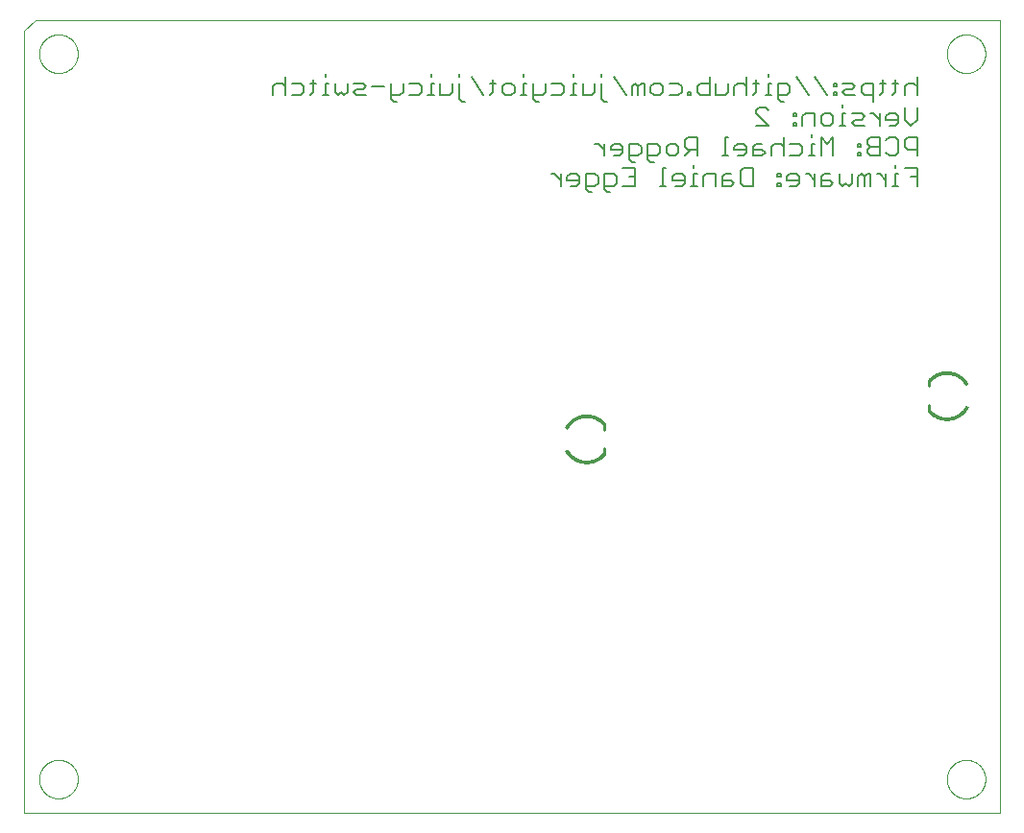
<source format=gbo>
G75*
%MOIN*%
%OFA0B0*%
%FSLAX25Y25*%
%IPPOS*%
%LPD*%
%AMOC8*
5,1,8,0,0,1.08239X$1,22.5*
%
%ADD10C,0.00000*%
%ADD11C,0.00600*%
%ADD12C,0.00100*%
%ADD13C,0.01000*%
D10*
X0035219Y0001892D02*
X0035219Y0273546D01*
X0039156Y0277483D01*
X0373802Y0277483D01*
X0373802Y0001892D01*
X0035219Y0001892D01*
X0040337Y0013703D02*
X0040339Y0013867D01*
X0040345Y0014031D01*
X0040355Y0014195D01*
X0040369Y0014359D01*
X0040387Y0014522D01*
X0040409Y0014685D01*
X0040436Y0014847D01*
X0040466Y0015009D01*
X0040500Y0015169D01*
X0040538Y0015329D01*
X0040579Y0015488D01*
X0040625Y0015646D01*
X0040675Y0015802D01*
X0040728Y0015958D01*
X0040785Y0016112D01*
X0040846Y0016264D01*
X0040911Y0016415D01*
X0040980Y0016565D01*
X0041052Y0016712D01*
X0041127Y0016858D01*
X0041207Y0017002D01*
X0041289Y0017144D01*
X0041375Y0017284D01*
X0041465Y0017421D01*
X0041558Y0017557D01*
X0041654Y0017690D01*
X0041754Y0017821D01*
X0041856Y0017949D01*
X0041962Y0018075D01*
X0042071Y0018198D01*
X0042183Y0018318D01*
X0042297Y0018436D01*
X0042415Y0018550D01*
X0042535Y0018662D01*
X0042658Y0018771D01*
X0042784Y0018877D01*
X0042912Y0018979D01*
X0043043Y0019079D01*
X0043176Y0019175D01*
X0043312Y0019268D01*
X0043449Y0019358D01*
X0043589Y0019444D01*
X0043731Y0019526D01*
X0043875Y0019606D01*
X0044021Y0019681D01*
X0044168Y0019753D01*
X0044318Y0019822D01*
X0044469Y0019887D01*
X0044621Y0019948D01*
X0044775Y0020005D01*
X0044931Y0020058D01*
X0045087Y0020108D01*
X0045245Y0020154D01*
X0045404Y0020195D01*
X0045564Y0020233D01*
X0045724Y0020267D01*
X0045886Y0020297D01*
X0046048Y0020324D01*
X0046211Y0020346D01*
X0046374Y0020364D01*
X0046538Y0020378D01*
X0046702Y0020388D01*
X0046866Y0020394D01*
X0047030Y0020396D01*
X0047194Y0020394D01*
X0047358Y0020388D01*
X0047522Y0020378D01*
X0047686Y0020364D01*
X0047849Y0020346D01*
X0048012Y0020324D01*
X0048174Y0020297D01*
X0048336Y0020267D01*
X0048496Y0020233D01*
X0048656Y0020195D01*
X0048815Y0020154D01*
X0048973Y0020108D01*
X0049129Y0020058D01*
X0049285Y0020005D01*
X0049439Y0019948D01*
X0049591Y0019887D01*
X0049742Y0019822D01*
X0049892Y0019753D01*
X0050039Y0019681D01*
X0050185Y0019606D01*
X0050329Y0019526D01*
X0050471Y0019444D01*
X0050611Y0019358D01*
X0050748Y0019268D01*
X0050884Y0019175D01*
X0051017Y0019079D01*
X0051148Y0018979D01*
X0051276Y0018877D01*
X0051402Y0018771D01*
X0051525Y0018662D01*
X0051645Y0018550D01*
X0051763Y0018436D01*
X0051877Y0018318D01*
X0051989Y0018198D01*
X0052098Y0018075D01*
X0052204Y0017949D01*
X0052306Y0017821D01*
X0052406Y0017690D01*
X0052502Y0017557D01*
X0052595Y0017421D01*
X0052685Y0017284D01*
X0052771Y0017144D01*
X0052853Y0017002D01*
X0052933Y0016858D01*
X0053008Y0016712D01*
X0053080Y0016565D01*
X0053149Y0016415D01*
X0053214Y0016264D01*
X0053275Y0016112D01*
X0053332Y0015958D01*
X0053385Y0015802D01*
X0053435Y0015646D01*
X0053481Y0015488D01*
X0053522Y0015329D01*
X0053560Y0015169D01*
X0053594Y0015009D01*
X0053624Y0014847D01*
X0053651Y0014685D01*
X0053673Y0014522D01*
X0053691Y0014359D01*
X0053705Y0014195D01*
X0053715Y0014031D01*
X0053721Y0013867D01*
X0053723Y0013703D01*
X0053721Y0013539D01*
X0053715Y0013375D01*
X0053705Y0013211D01*
X0053691Y0013047D01*
X0053673Y0012884D01*
X0053651Y0012721D01*
X0053624Y0012559D01*
X0053594Y0012397D01*
X0053560Y0012237D01*
X0053522Y0012077D01*
X0053481Y0011918D01*
X0053435Y0011760D01*
X0053385Y0011604D01*
X0053332Y0011448D01*
X0053275Y0011294D01*
X0053214Y0011142D01*
X0053149Y0010991D01*
X0053080Y0010841D01*
X0053008Y0010694D01*
X0052933Y0010548D01*
X0052853Y0010404D01*
X0052771Y0010262D01*
X0052685Y0010122D01*
X0052595Y0009985D01*
X0052502Y0009849D01*
X0052406Y0009716D01*
X0052306Y0009585D01*
X0052204Y0009457D01*
X0052098Y0009331D01*
X0051989Y0009208D01*
X0051877Y0009088D01*
X0051763Y0008970D01*
X0051645Y0008856D01*
X0051525Y0008744D01*
X0051402Y0008635D01*
X0051276Y0008529D01*
X0051148Y0008427D01*
X0051017Y0008327D01*
X0050884Y0008231D01*
X0050748Y0008138D01*
X0050611Y0008048D01*
X0050471Y0007962D01*
X0050329Y0007880D01*
X0050185Y0007800D01*
X0050039Y0007725D01*
X0049892Y0007653D01*
X0049742Y0007584D01*
X0049591Y0007519D01*
X0049439Y0007458D01*
X0049285Y0007401D01*
X0049129Y0007348D01*
X0048973Y0007298D01*
X0048815Y0007252D01*
X0048656Y0007211D01*
X0048496Y0007173D01*
X0048336Y0007139D01*
X0048174Y0007109D01*
X0048012Y0007082D01*
X0047849Y0007060D01*
X0047686Y0007042D01*
X0047522Y0007028D01*
X0047358Y0007018D01*
X0047194Y0007012D01*
X0047030Y0007010D01*
X0046866Y0007012D01*
X0046702Y0007018D01*
X0046538Y0007028D01*
X0046374Y0007042D01*
X0046211Y0007060D01*
X0046048Y0007082D01*
X0045886Y0007109D01*
X0045724Y0007139D01*
X0045564Y0007173D01*
X0045404Y0007211D01*
X0045245Y0007252D01*
X0045087Y0007298D01*
X0044931Y0007348D01*
X0044775Y0007401D01*
X0044621Y0007458D01*
X0044469Y0007519D01*
X0044318Y0007584D01*
X0044168Y0007653D01*
X0044021Y0007725D01*
X0043875Y0007800D01*
X0043731Y0007880D01*
X0043589Y0007962D01*
X0043449Y0008048D01*
X0043312Y0008138D01*
X0043176Y0008231D01*
X0043043Y0008327D01*
X0042912Y0008427D01*
X0042784Y0008529D01*
X0042658Y0008635D01*
X0042535Y0008744D01*
X0042415Y0008856D01*
X0042297Y0008970D01*
X0042183Y0009088D01*
X0042071Y0009208D01*
X0041962Y0009331D01*
X0041856Y0009457D01*
X0041754Y0009585D01*
X0041654Y0009716D01*
X0041558Y0009849D01*
X0041465Y0009985D01*
X0041375Y0010122D01*
X0041289Y0010262D01*
X0041207Y0010404D01*
X0041127Y0010548D01*
X0041052Y0010694D01*
X0040980Y0010841D01*
X0040911Y0010991D01*
X0040846Y0011142D01*
X0040785Y0011294D01*
X0040728Y0011448D01*
X0040675Y0011604D01*
X0040625Y0011760D01*
X0040579Y0011918D01*
X0040538Y0012077D01*
X0040500Y0012237D01*
X0040466Y0012397D01*
X0040436Y0012559D01*
X0040409Y0012721D01*
X0040387Y0012884D01*
X0040369Y0013047D01*
X0040355Y0013211D01*
X0040345Y0013375D01*
X0040339Y0013539D01*
X0040337Y0013703D01*
X0355298Y0013703D02*
X0355300Y0013867D01*
X0355306Y0014031D01*
X0355316Y0014195D01*
X0355330Y0014359D01*
X0355348Y0014522D01*
X0355370Y0014685D01*
X0355397Y0014847D01*
X0355427Y0015009D01*
X0355461Y0015169D01*
X0355499Y0015329D01*
X0355540Y0015488D01*
X0355586Y0015646D01*
X0355636Y0015802D01*
X0355689Y0015958D01*
X0355746Y0016112D01*
X0355807Y0016264D01*
X0355872Y0016415D01*
X0355941Y0016565D01*
X0356013Y0016712D01*
X0356088Y0016858D01*
X0356168Y0017002D01*
X0356250Y0017144D01*
X0356336Y0017284D01*
X0356426Y0017421D01*
X0356519Y0017557D01*
X0356615Y0017690D01*
X0356715Y0017821D01*
X0356817Y0017949D01*
X0356923Y0018075D01*
X0357032Y0018198D01*
X0357144Y0018318D01*
X0357258Y0018436D01*
X0357376Y0018550D01*
X0357496Y0018662D01*
X0357619Y0018771D01*
X0357745Y0018877D01*
X0357873Y0018979D01*
X0358004Y0019079D01*
X0358137Y0019175D01*
X0358273Y0019268D01*
X0358410Y0019358D01*
X0358550Y0019444D01*
X0358692Y0019526D01*
X0358836Y0019606D01*
X0358982Y0019681D01*
X0359129Y0019753D01*
X0359279Y0019822D01*
X0359430Y0019887D01*
X0359582Y0019948D01*
X0359736Y0020005D01*
X0359892Y0020058D01*
X0360048Y0020108D01*
X0360206Y0020154D01*
X0360365Y0020195D01*
X0360525Y0020233D01*
X0360685Y0020267D01*
X0360847Y0020297D01*
X0361009Y0020324D01*
X0361172Y0020346D01*
X0361335Y0020364D01*
X0361499Y0020378D01*
X0361663Y0020388D01*
X0361827Y0020394D01*
X0361991Y0020396D01*
X0362155Y0020394D01*
X0362319Y0020388D01*
X0362483Y0020378D01*
X0362647Y0020364D01*
X0362810Y0020346D01*
X0362973Y0020324D01*
X0363135Y0020297D01*
X0363297Y0020267D01*
X0363457Y0020233D01*
X0363617Y0020195D01*
X0363776Y0020154D01*
X0363934Y0020108D01*
X0364090Y0020058D01*
X0364246Y0020005D01*
X0364400Y0019948D01*
X0364552Y0019887D01*
X0364703Y0019822D01*
X0364853Y0019753D01*
X0365000Y0019681D01*
X0365146Y0019606D01*
X0365290Y0019526D01*
X0365432Y0019444D01*
X0365572Y0019358D01*
X0365709Y0019268D01*
X0365845Y0019175D01*
X0365978Y0019079D01*
X0366109Y0018979D01*
X0366237Y0018877D01*
X0366363Y0018771D01*
X0366486Y0018662D01*
X0366606Y0018550D01*
X0366724Y0018436D01*
X0366838Y0018318D01*
X0366950Y0018198D01*
X0367059Y0018075D01*
X0367165Y0017949D01*
X0367267Y0017821D01*
X0367367Y0017690D01*
X0367463Y0017557D01*
X0367556Y0017421D01*
X0367646Y0017284D01*
X0367732Y0017144D01*
X0367814Y0017002D01*
X0367894Y0016858D01*
X0367969Y0016712D01*
X0368041Y0016565D01*
X0368110Y0016415D01*
X0368175Y0016264D01*
X0368236Y0016112D01*
X0368293Y0015958D01*
X0368346Y0015802D01*
X0368396Y0015646D01*
X0368442Y0015488D01*
X0368483Y0015329D01*
X0368521Y0015169D01*
X0368555Y0015009D01*
X0368585Y0014847D01*
X0368612Y0014685D01*
X0368634Y0014522D01*
X0368652Y0014359D01*
X0368666Y0014195D01*
X0368676Y0014031D01*
X0368682Y0013867D01*
X0368684Y0013703D01*
X0368682Y0013539D01*
X0368676Y0013375D01*
X0368666Y0013211D01*
X0368652Y0013047D01*
X0368634Y0012884D01*
X0368612Y0012721D01*
X0368585Y0012559D01*
X0368555Y0012397D01*
X0368521Y0012237D01*
X0368483Y0012077D01*
X0368442Y0011918D01*
X0368396Y0011760D01*
X0368346Y0011604D01*
X0368293Y0011448D01*
X0368236Y0011294D01*
X0368175Y0011142D01*
X0368110Y0010991D01*
X0368041Y0010841D01*
X0367969Y0010694D01*
X0367894Y0010548D01*
X0367814Y0010404D01*
X0367732Y0010262D01*
X0367646Y0010122D01*
X0367556Y0009985D01*
X0367463Y0009849D01*
X0367367Y0009716D01*
X0367267Y0009585D01*
X0367165Y0009457D01*
X0367059Y0009331D01*
X0366950Y0009208D01*
X0366838Y0009088D01*
X0366724Y0008970D01*
X0366606Y0008856D01*
X0366486Y0008744D01*
X0366363Y0008635D01*
X0366237Y0008529D01*
X0366109Y0008427D01*
X0365978Y0008327D01*
X0365845Y0008231D01*
X0365709Y0008138D01*
X0365572Y0008048D01*
X0365432Y0007962D01*
X0365290Y0007880D01*
X0365146Y0007800D01*
X0365000Y0007725D01*
X0364853Y0007653D01*
X0364703Y0007584D01*
X0364552Y0007519D01*
X0364400Y0007458D01*
X0364246Y0007401D01*
X0364090Y0007348D01*
X0363934Y0007298D01*
X0363776Y0007252D01*
X0363617Y0007211D01*
X0363457Y0007173D01*
X0363297Y0007139D01*
X0363135Y0007109D01*
X0362973Y0007082D01*
X0362810Y0007060D01*
X0362647Y0007042D01*
X0362483Y0007028D01*
X0362319Y0007018D01*
X0362155Y0007012D01*
X0361991Y0007010D01*
X0361827Y0007012D01*
X0361663Y0007018D01*
X0361499Y0007028D01*
X0361335Y0007042D01*
X0361172Y0007060D01*
X0361009Y0007082D01*
X0360847Y0007109D01*
X0360685Y0007139D01*
X0360525Y0007173D01*
X0360365Y0007211D01*
X0360206Y0007252D01*
X0360048Y0007298D01*
X0359892Y0007348D01*
X0359736Y0007401D01*
X0359582Y0007458D01*
X0359430Y0007519D01*
X0359279Y0007584D01*
X0359129Y0007653D01*
X0358982Y0007725D01*
X0358836Y0007800D01*
X0358692Y0007880D01*
X0358550Y0007962D01*
X0358410Y0008048D01*
X0358273Y0008138D01*
X0358137Y0008231D01*
X0358004Y0008327D01*
X0357873Y0008427D01*
X0357745Y0008529D01*
X0357619Y0008635D01*
X0357496Y0008744D01*
X0357376Y0008856D01*
X0357258Y0008970D01*
X0357144Y0009088D01*
X0357032Y0009208D01*
X0356923Y0009331D01*
X0356817Y0009457D01*
X0356715Y0009585D01*
X0356615Y0009716D01*
X0356519Y0009849D01*
X0356426Y0009985D01*
X0356336Y0010122D01*
X0356250Y0010262D01*
X0356168Y0010404D01*
X0356088Y0010548D01*
X0356013Y0010694D01*
X0355941Y0010841D01*
X0355872Y0010991D01*
X0355807Y0011142D01*
X0355746Y0011294D01*
X0355689Y0011448D01*
X0355636Y0011604D01*
X0355586Y0011760D01*
X0355540Y0011918D01*
X0355499Y0012077D01*
X0355461Y0012237D01*
X0355427Y0012397D01*
X0355397Y0012559D01*
X0355370Y0012721D01*
X0355348Y0012884D01*
X0355330Y0013047D01*
X0355316Y0013211D01*
X0355306Y0013375D01*
X0355300Y0013539D01*
X0355298Y0013703D01*
X0355298Y0265672D02*
X0355300Y0265836D01*
X0355306Y0266000D01*
X0355316Y0266164D01*
X0355330Y0266328D01*
X0355348Y0266491D01*
X0355370Y0266654D01*
X0355397Y0266816D01*
X0355427Y0266978D01*
X0355461Y0267138D01*
X0355499Y0267298D01*
X0355540Y0267457D01*
X0355586Y0267615D01*
X0355636Y0267771D01*
X0355689Y0267927D01*
X0355746Y0268081D01*
X0355807Y0268233D01*
X0355872Y0268384D01*
X0355941Y0268534D01*
X0356013Y0268681D01*
X0356088Y0268827D01*
X0356168Y0268971D01*
X0356250Y0269113D01*
X0356336Y0269253D01*
X0356426Y0269390D01*
X0356519Y0269526D01*
X0356615Y0269659D01*
X0356715Y0269790D01*
X0356817Y0269918D01*
X0356923Y0270044D01*
X0357032Y0270167D01*
X0357144Y0270287D01*
X0357258Y0270405D01*
X0357376Y0270519D01*
X0357496Y0270631D01*
X0357619Y0270740D01*
X0357745Y0270846D01*
X0357873Y0270948D01*
X0358004Y0271048D01*
X0358137Y0271144D01*
X0358273Y0271237D01*
X0358410Y0271327D01*
X0358550Y0271413D01*
X0358692Y0271495D01*
X0358836Y0271575D01*
X0358982Y0271650D01*
X0359129Y0271722D01*
X0359279Y0271791D01*
X0359430Y0271856D01*
X0359582Y0271917D01*
X0359736Y0271974D01*
X0359892Y0272027D01*
X0360048Y0272077D01*
X0360206Y0272123D01*
X0360365Y0272164D01*
X0360525Y0272202D01*
X0360685Y0272236D01*
X0360847Y0272266D01*
X0361009Y0272293D01*
X0361172Y0272315D01*
X0361335Y0272333D01*
X0361499Y0272347D01*
X0361663Y0272357D01*
X0361827Y0272363D01*
X0361991Y0272365D01*
X0362155Y0272363D01*
X0362319Y0272357D01*
X0362483Y0272347D01*
X0362647Y0272333D01*
X0362810Y0272315D01*
X0362973Y0272293D01*
X0363135Y0272266D01*
X0363297Y0272236D01*
X0363457Y0272202D01*
X0363617Y0272164D01*
X0363776Y0272123D01*
X0363934Y0272077D01*
X0364090Y0272027D01*
X0364246Y0271974D01*
X0364400Y0271917D01*
X0364552Y0271856D01*
X0364703Y0271791D01*
X0364853Y0271722D01*
X0365000Y0271650D01*
X0365146Y0271575D01*
X0365290Y0271495D01*
X0365432Y0271413D01*
X0365572Y0271327D01*
X0365709Y0271237D01*
X0365845Y0271144D01*
X0365978Y0271048D01*
X0366109Y0270948D01*
X0366237Y0270846D01*
X0366363Y0270740D01*
X0366486Y0270631D01*
X0366606Y0270519D01*
X0366724Y0270405D01*
X0366838Y0270287D01*
X0366950Y0270167D01*
X0367059Y0270044D01*
X0367165Y0269918D01*
X0367267Y0269790D01*
X0367367Y0269659D01*
X0367463Y0269526D01*
X0367556Y0269390D01*
X0367646Y0269253D01*
X0367732Y0269113D01*
X0367814Y0268971D01*
X0367894Y0268827D01*
X0367969Y0268681D01*
X0368041Y0268534D01*
X0368110Y0268384D01*
X0368175Y0268233D01*
X0368236Y0268081D01*
X0368293Y0267927D01*
X0368346Y0267771D01*
X0368396Y0267615D01*
X0368442Y0267457D01*
X0368483Y0267298D01*
X0368521Y0267138D01*
X0368555Y0266978D01*
X0368585Y0266816D01*
X0368612Y0266654D01*
X0368634Y0266491D01*
X0368652Y0266328D01*
X0368666Y0266164D01*
X0368676Y0266000D01*
X0368682Y0265836D01*
X0368684Y0265672D01*
X0368682Y0265508D01*
X0368676Y0265344D01*
X0368666Y0265180D01*
X0368652Y0265016D01*
X0368634Y0264853D01*
X0368612Y0264690D01*
X0368585Y0264528D01*
X0368555Y0264366D01*
X0368521Y0264206D01*
X0368483Y0264046D01*
X0368442Y0263887D01*
X0368396Y0263729D01*
X0368346Y0263573D01*
X0368293Y0263417D01*
X0368236Y0263263D01*
X0368175Y0263111D01*
X0368110Y0262960D01*
X0368041Y0262810D01*
X0367969Y0262663D01*
X0367894Y0262517D01*
X0367814Y0262373D01*
X0367732Y0262231D01*
X0367646Y0262091D01*
X0367556Y0261954D01*
X0367463Y0261818D01*
X0367367Y0261685D01*
X0367267Y0261554D01*
X0367165Y0261426D01*
X0367059Y0261300D01*
X0366950Y0261177D01*
X0366838Y0261057D01*
X0366724Y0260939D01*
X0366606Y0260825D01*
X0366486Y0260713D01*
X0366363Y0260604D01*
X0366237Y0260498D01*
X0366109Y0260396D01*
X0365978Y0260296D01*
X0365845Y0260200D01*
X0365709Y0260107D01*
X0365572Y0260017D01*
X0365432Y0259931D01*
X0365290Y0259849D01*
X0365146Y0259769D01*
X0365000Y0259694D01*
X0364853Y0259622D01*
X0364703Y0259553D01*
X0364552Y0259488D01*
X0364400Y0259427D01*
X0364246Y0259370D01*
X0364090Y0259317D01*
X0363934Y0259267D01*
X0363776Y0259221D01*
X0363617Y0259180D01*
X0363457Y0259142D01*
X0363297Y0259108D01*
X0363135Y0259078D01*
X0362973Y0259051D01*
X0362810Y0259029D01*
X0362647Y0259011D01*
X0362483Y0258997D01*
X0362319Y0258987D01*
X0362155Y0258981D01*
X0361991Y0258979D01*
X0361827Y0258981D01*
X0361663Y0258987D01*
X0361499Y0258997D01*
X0361335Y0259011D01*
X0361172Y0259029D01*
X0361009Y0259051D01*
X0360847Y0259078D01*
X0360685Y0259108D01*
X0360525Y0259142D01*
X0360365Y0259180D01*
X0360206Y0259221D01*
X0360048Y0259267D01*
X0359892Y0259317D01*
X0359736Y0259370D01*
X0359582Y0259427D01*
X0359430Y0259488D01*
X0359279Y0259553D01*
X0359129Y0259622D01*
X0358982Y0259694D01*
X0358836Y0259769D01*
X0358692Y0259849D01*
X0358550Y0259931D01*
X0358410Y0260017D01*
X0358273Y0260107D01*
X0358137Y0260200D01*
X0358004Y0260296D01*
X0357873Y0260396D01*
X0357745Y0260498D01*
X0357619Y0260604D01*
X0357496Y0260713D01*
X0357376Y0260825D01*
X0357258Y0260939D01*
X0357144Y0261057D01*
X0357032Y0261177D01*
X0356923Y0261300D01*
X0356817Y0261426D01*
X0356715Y0261554D01*
X0356615Y0261685D01*
X0356519Y0261818D01*
X0356426Y0261954D01*
X0356336Y0262091D01*
X0356250Y0262231D01*
X0356168Y0262373D01*
X0356088Y0262517D01*
X0356013Y0262663D01*
X0355941Y0262810D01*
X0355872Y0262960D01*
X0355807Y0263111D01*
X0355746Y0263263D01*
X0355689Y0263417D01*
X0355636Y0263573D01*
X0355586Y0263729D01*
X0355540Y0263887D01*
X0355499Y0264046D01*
X0355461Y0264206D01*
X0355427Y0264366D01*
X0355397Y0264528D01*
X0355370Y0264690D01*
X0355348Y0264853D01*
X0355330Y0265016D01*
X0355316Y0265180D01*
X0355306Y0265344D01*
X0355300Y0265508D01*
X0355298Y0265672D01*
X0040337Y0265672D02*
X0040339Y0265836D01*
X0040345Y0266000D01*
X0040355Y0266164D01*
X0040369Y0266328D01*
X0040387Y0266491D01*
X0040409Y0266654D01*
X0040436Y0266816D01*
X0040466Y0266978D01*
X0040500Y0267138D01*
X0040538Y0267298D01*
X0040579Y0267457D01*
X0040625Y0267615D01*
X0040675Y0267771D01*
X0040728Y0267927D01*
X0040785Y0268081D01*
X0040846Y0268233D01*
X0040911Y0268384D01*
X0040980Y0268534D01*
X0041052Y0268681D01*
X0041127Y0268827D01*
X0041207Y0268971D01*
X0041289Y0269113D01*
X0041375Y0269253D01*
X0041465Y0269390D01*
X0041558Y0269526D01*
X0041654Y0269659D01*
X0041754Y0269790D01*
X0041856Y0269918D01*
X0041962Y0270044D01*
X0042071Y0270167D01*
X0042183Y0270287D01*
X0042297Y0270405D01*
X0042415Y0270519D01*
X0042535Y0270631D01*
X0042658Y0270740D01*
X0042784Y0270846D01*
X0042912Y0270948D01*
X0043043Y0271048D01*
X0043176Y0271144D01*
X0043312Y0271237D01*
X0043449Y0271327D01*
X0043589Y0271413D01*
X0043731Y0271495D01*
X0043875Y0271575D01*
X0044021Y0271650D01*
X0044168Y0271722D01*
X0044318Y0271791D01*
X0044469Y0271856D01*
X0044621Y0271917D01*
X0044775Y0271974D01*
X0044931Y0272027D01*
X0045087Y0272077D01*
X0045245Y0272123D01*
X0045404Y0272164D01*
X0045564Y0272202D01*
X0045724Y0272236D01*
X0045886Y0272266D01*
X0046048Y0272293D01*
X0046211Y0272315D01*
X0046374Y0272333D01*
X0046538Y0272347D01*
X0046702Y0272357D01*
X0046866Y0272363D01*
X0047030Y0272365D01*
X0047194Y0272363D01*
X0047358Y0272357D01*
X0047522Y0272347D01*
X0047686Y0272333D01*
X0047849Y0272315D01*
X0048012Y0272293D01*
X0048174Y0272266D01*
X0048336Y0272236D01*
X0048496Y0272202D01*
X0048656Y0272164D01*
X0048815Y0272123D01*
X0048973Y0272077D01*
X0049129Y0272027D01*
X0049285Y0271974D01*
X0049439Y0271917D01*
X0049591Y0271856D01*
X0049742Y0271791D01*
X0049892Y0271722D01*
X0050039Y0271650D01*
X0050185Y0271575D01*
X0050329Y0271495D01*
X0050471Y0271413D01*
X0050611Y0271327D01*
X0050748Y0271237D01*
X0050884Y0271144D01*
X0051017Y0271048D01*
X0051148Y0270948D01*
X0051276Y0270846D01*
X0051402Y0270740D01*
X0051525Y0270631D01*
X0051645Y0270519D01*
X0051763Y0270405D01*
X0051877Y0270287D01*
X0051989Y0270167D01*
X0052098Y0270044D01*
X0052204Y0269918D01*
X0052306Y0269790D01*
X0052406Y0269659D01*
X0052502Y0269526D01*
X0052595Y0269390D01*
X0052685Y0269253D01*
X0052771Y0269113D01*
X0052853Y0268971D01*
X0052933Y0268827D01*
X0053008Y0268681D01*
X0053080Y0268534D01*
X0053149Y0268384D01*
X0053214Y0268233D01*
X0053275Y0268081D01*
X0053332Y0267927D01*
X0053385Y0267771D01*
X0053435Y0267615D01*
X0053481Y0267457D01*
X0053522Y0267298D01*
X0053560Y0267138D01*
X0053594Y0266978D01*
X0053624Y0266816D01*
X0053651Y0266654D01*
X0053673Y0266491D01*
X0053691Y0266328D01*
X0053705Y0266164D01*
X0053715Y0266000D01*
X0053721Y0265836D01*
X0053723Y0265672D01*
X0053721Y0265508D01*
X0053715Y0265344D01*
X0053705Y0265180D01*
X0053691Y0265016D01*
X0053673Y0264853D01*
X0053651Y0264690D01*
X0053624Y0264528D01*
X0053594Y0264366D01*
X0053560Y0264206D01*
X0053522Y0264046D01*
X0053481Y0263887D01*
X0053435Y0263729D01*
X0053385Y0263573D01*
X0053332Y0263417D01*
X0053275Y0263263D01*
X0053214Y0263111D01*
X0053149Y0262960D01*
X0053080Y0262810D01*
X0053008Y0262663D01*
X0052933Y0262517D01*
X0052853Y0262373D01*
X0052771Y0262231D01*
X0052685Y0262091D01*
X0052595Y0261954D01*
X0052502Y0261818D01*
X0052406Y0261685D01*
X0052306Y0261554D01*
X0052204Y0261426D01*
X0052098Y0261300D01*
X0051989Y0261177D01*
X0051877Y0261057D01*
X0051763Y0260939D01*
X0051645Y0260825D01*
X0051525Y0260713D01*
X0051402Y0260604D01*
X0051276Y0260498D01*
X0051148Y0260396D01*
X0051017Y0260296D01*
X0050884Y0260200D01*
X0050748Y0260107D01*
X0050611Y0260017D01*
X0050471Y0259931D01*
X0050329Y0259849D01*
X0050185Y0259769D01*
X0050039Y0259694D01*
X0049892Y0259622D01*
X0049742Y0259553D01*
X0049591Y0259488D01*
X0049439Y0259427D01*
X0049285Y0259370D01*
X0049129Y0259317D01*
X0048973Y0259267D01*
X0048815Y0259221D01*
X0048656Y0259180D01*
X0048496Y0259142D01*
X0048336Y0259108D01*
X0048174Y0259078D01*
X0048012Y0259051D01*
X0047849Y0259029D01*
X0047686Y0259011D01*
X0047522Y0258997D01*
X0047358Y0258987D01*
X0047194Y0258981D01*
X0047030Y0258979D01*
X0046866Y0258981D01*
X0046702Y0258987D01*
X0046538Y0258997D01*
X0046374Y0259011D01*
X0046211Y0259029D01*
X0046048Y0259051D01*
X0045886Y0259078D01*
X0045724Y0259108D01*
X0045564Y0259142D01*
X0045404Y0259180D01*
X0045245Y0259221D01*
X0045087Y0259267D01*
X0044931Y0259317D01*
X0044775Y0259370D01*
X0044621Y0259427D01*
X0044469Y0259488D01*
X0044318Y0259553D01*
X0044168Y0259622D01*
X0044021Y0259694D01*
X0043875Y0259769D01*
X0043731Y0259849D01*
X0043589Y0259931D01*
X0043449Y0260017D01*
X0043312Y0260107D01*
X0043176Y0260200D01*
X0043043Y0260296D01*
X0042912Y0260396D01*
X0042784Y0260498D01*
X0042658Y0260604D01*
X0042535Y0260713D01*
X0042415Y0260825D01*
X0042297Y0260939D01*
X0042183Y0261057D01*
X0042071Y0261177D01*
X0041962Y0261300D01*
X0041856Y0261426D01*
X0041754Y0261554D01*
X0041654Y0261685D01*
X0041558Y0261818D01*
X0041465Y0261954D01*
X0041375Y0262091D01*
X0041289Y0262231D01*
X0041207Y0262373D01*
X0041127Y0262517D01*
X0041052Y0262663D01*
X0040980Y0262810D01*
X0040911Y0262960D01*
X0040846Y0263111D01*
X0040785Y0263263D01*
X0040728Y0263417D01*
X0040675Y0263573D01*
X0040625Y0263729D01*
X0040579Y0263887D01*
X0040538Y0264046D01*
X0040500Y0264206D01*
X0040466Y0264366D01*
X0040436Y0264528D01*
X0040409Y0264690D01*
X0040387Y0264853D01*
X0040369Y0265016D01*
X0040355Y0265180D01*
X0040345Y0265344D01*
X0040339Y0265508D01*
X0040337Y0265672D01*
D11*
X0121502Y0254395D02*
X0121502Y0251192D01*
X0121502Y0254395D02*
X0122569Y0255462D01*
X0124704Y0255462D01*
X0125772Y0254395D01*
X0127947Y0255462D02*
X0131150Y0255462D01*
X0132218Y0254395D01*
X0132218Y0252260D01*
X0131150Y0251192D01*
X0127947Y0251192D01*
X0125772Y0251192D02*
X0125772Y0257598D01*
X0134379Y0255462D02*
X0136515Y0255462D01*
X0135447Y0256530D02*
X0135447Y0252260D01*
X0134379Y0251192D01*
X0138676Y0251192D02*
X0140812Y0251192D01*
X0139744Y0251192D02*
X0139744Y0255462D01*
X0140812Y0255462D01*
X0142987Y0255462D02*
X0142987Y0252260D01*
X0144054Y0251192D01*
X0145122Y0252260D01*
X0146189Y0251192D01*
X0147257Y0252260D01*
X0147257Y0255462D01*
X0149432Y0255462D02*
X0152635Y0255462D01*
X0153703Y0254395D01*
X0152635Y0253327D01*
X0150500Y0253327D01*
X0149432Y0252260D01*
X0150500Y0251192D01*
X0153703Y0251192D01*
X0155878Y0254395D02*
X0160148Y0254395D01*
X0162323Y0255462D02*
X0162323Y0250125D01*
X0163391Y0249057D01*
X0164458Y0249057D01*
X0165526Y0251192D02*
X0162323Y0251192D01*
X0165526Y0251192D02*
X0166594Y0252260D01*
X0166594Y0255462D01*
X0168769Y0255462D02*
X0171971Y0255462D01*
X0173039Y0254395D01*
X0173039Y0252260D01*
X0171971Y0251192D01*
X0168769Y0251192D01*
X0175201Y0251192D02*
X0177336Y0251192D01*
X0176268Y0251192D02*
X0176268Y0255462D01*
X0177336Y0255462D01*
X0179511Y0255462D02*
X0179511Y0251192D01*
X0182714Y0251192D01*
X0183782Y0252260D01*
X0183782Y0255462D01*
X0185943Y0255462D02*
X0185943Y0250125D01*
X0187011Y0249057D01*
X0188079Y0249057D01*
X0194524Y0251192D02*
X0190254Y0257598D01*
X0185943Y0257598D02*
X0185943Y0258665D01*
X0176268Y0258665D02*
X0176268Y0257598D01*
X0196686Y0255462D02*
X0198821Y0255462D01*
X0197753Y0256530D02*
X0197753Y0252260D01*
X0196686Y0251192D01*
X0200996Y0252260D02*
X0200996Y0254395D01*
X0202064Y0255462D01*
X0204199Y0255462D01*
X0205267Y0254395D01*
X0205267Y0252260D01*
X0204199Y0251192D01*
X0202064Y0251192D01*
X0200996Y0252260D01*
X0207428Y0251192D02*
X0209564Y0251192D01*
X0208496Y0251192D02*
X0208496Y0255462D01*
X0209564Y0255462D01*
X0211739Y0255462D02*
X0211739Y0250125D01*
X0212806Y0249057D01*
X0213874Y0249057D01*
X0214941Y0251192D02*
X0211739Y0251192D01*
X0214941Y0251192D02*
X0216009Y0252260D01*
X0216009Y0255462D01*
X0218184Y0255462D02*
X0221387Y0255462D01*
X0222455Y0254395D01*
X0222455Y0252260D01*
X0221387Y0251192D01*
X0218184Y0251192D01*
X0224616Y0251192D02*
X0226752Y0251192D01*
X0225684Y0251192D02*
X0225684Y0255462D01*
X0226752Y0255462D01*
X0228927Y0255462D02*
X0228927Y0251192D01*
X0232129Y0251192D01*
X0233197Y0252260D01*
X0233197Y0255462D01*
X0235359Y0255462D02*
X0235359Y0250125D01*
X0236426Y0249057D01*
X0237494Y0249057D01*
X0243939Y0251192D02*
X0239669Y0257598D01*
X0235359Y0257598D02*
X0235359Y0258665D01*
X0225684Y0258665D02*
X0225684Y0257598D01*
X0208496Y0257598D02*
X0208496Y0258665D01*
X0233217Y0234462D02*
X0234285Y0234462D01*
X0236420Y0232327D01*
X0236420Y0230192D02*
X0236420Y0234462D01*
X0238595Y0233395D02*
X0238595Y0232327D01*
X0242865Y0232327D01*
X0242865Y0231260D02*
X0242865Y0233395D01*
X0241798Y0234462D01*
X0239663Y0234462D01*
X0238595Y0233395D01*
X0239663Y0230192D02*
X0241798Y0230192D01*
X0242865Y0231260D01*
X0245040Y0230192D02*
X0248243Y0230192D01*
X0249311Y0231260D01*
X0249311Y0233395D01*
X0248243Y0234462D01*
X0245040Y0234462D01*
X0245040Y0229125D01*
X0246108Y0228057D01*
X0247176Y0228057D01*
X0247162Y0226098D02*
X0242892Y0226098D01*
X0245027Y0222895D02*
X0247162Y0222895D01*
X0247162Y0226098D02*
X0247162Y0219692D01*
X0242892Y0219692D01*
X0240717Y0220760D02*
X0239649Y0219692D01*
X0236446Y0219692D01*
X0236446Y0218625D02*
X0236446Y0223962D01*
X0239649Y0223962D01*
X0240717Y0222895D01*
X0240717Y0220760D01*
X0238582Y0217557D02*
X0237514Y0217557D01*
X0236446Y0218625D01*
X0234271Y0220760D02*
X0233204Y0219692D01*
X0230001Y0219692D01*
X0230001Y0218625D02*
X0230001Y0223962D01*
X0233204Y0223962D01*
X0234271Y0222895D01*
X0234271Y0220760D01*
X0232136Y0217557D02*
X0231069Y0217557D01*
X0230001Y0218625D01*
X0227826Y0220760D02*
X0227826Y0222895D01*
X0226758Y0223962D01*
X0224623Y0223962D01*
X0223555Y0222895D01*
X0223555Y0221827D01*
X0227826Y0221827D01*
X0227826Y0220760D02*
X0226758Y0219692D01*
X0224623Y0219692D01*
X0221380Y0219692D02*
X0221380Y0223962D01*
X0221380Y0221827D02*
X0219245Y0223962D01*
X0218178Y0223962D01*
X0251486Y0229125D02*
X0251486Y0234462D01*
X0254689Y0234462D01*
X0255756Y0233395D01*
X0255756Y0231260D01*
X0254689Y0230192D01*
X0251486Y0230192D01*
X0251486Y0229125D02*
X0252554Y0228057D01*
X0253621Y0228057D01*
X0256837Y0226098D02*
X0256837Y0219692D01*
X0255770Y0219692D02*
X0257905Y0219692D01*
X0260080Y0221827D02*
X0264350Y0221827D01*
X0264350Y0220760D02*
X0264350Y0222895D01*
X0263283Y0223962D01*
X0261148Y0223962D01*
X0260080Y0222895D01*
X0260080Y0221827D01*
X0261148Y0219692D02*
X0263283Y0219692D01*
X0264350Y0220760D01*
X0266512Y0219692D02*
X0268647Y0219692D01*
X0267580Y0219692D02*
X0267580Y0223962D01*
X0268647Y0223962D01*
X0267580Y0226098D02*
X0267580Y0227165D01*
X0268647Y0230192D02*
X0268647Y0236598D01*
X0265445Y0236598D01*
X0264377Y0235530D01*
X0264377Y0233395D01*
X0265445Y0232327D01*
X0268647Y0232327D01*
X0266512Y0232327D02*
X0264377Y0230192D01*
X0262202Y0231260D02*
X0262202Y0233395D01*
X0261134Y0234462D01*
X0258999Y0234462D01*
X0257931Y0233395D01*
X0257931Y0231260D01*
X0258999Y0230192D01*
X0261134Y0230192D01*
X0262202Y0231260D01*
X0257905Y0226098D02*
X0256837Y0226098D01*
X0270822Y0222895D02*
X0270822Y0219692D01*
X0270822Y0222895D02*
X0271890Y0223962D01*
X0275093Y0223962D01*
X0275093Y0219692D01*
X0277268Y0219692D02*
X0280471Y0219692D01*
X0281538Y0220760D01*
X0280471Y0221827D01*
X0277268Y0221827D01*
X0277268Y0222895D02*
X0277268Y0219692D01*
X0277268Y0222895D02*
X0278335Y0223962D01*
X0280471Y0223962D01*
X0283713Y0225030D02*
X0283713Y0220760D01*
X0284781Y0219692D01*
X0287984Y0219692D01*
X0287984Y0226098D01*
X0284781Y0226098D01*
X0283713Y0225030D01*
X0284768Y0230192D02*
X0282632Y0230192D01*
X0284768Y0230192D02*
X0285835Y0231260D01*
X0285835Y0233395D01*
X0284768Y0234462D01*
X0282632Y0234462D01*
X0281565Y0233395D01*
X0281565Y0232327D01*
X0285835Y0232327D01*
X0288010Y0232327D02*
X0291213Y0232327D01*
X0292281Y0231260D01*
X0291213Y0230192D01*
X0288010Y0230192D01*
X0288010Y0233395D01*
X0289078Y0234462D01*
X0291213Y0234462D01*
X0294456Y0233395D02*
X0294456Y0230192D01*
X0294456Y0233395D02*
X0295523Y0234462D01*
X0297659Y0234462D01*
X0298726Y0233395D01*
X0300901Y0234462D02*
X0304104Y0234462D01*
X0305172Y0233395D01*
X0305172Y0231260D01*
X0304104Y0230192D01*
X0300901Y0230192D01*
X0298726Y0230192D02*
X0298726Y0236598D01*
X0301956Y0240692D02*
X0303023Y0240692D01*
X0303023Y0241760D01*
X0301956Y0241760D01*
X0301956Y0240692D01*
X0301956Y0243895D02*
X0303023Y0243895D01*
X0303023Y0244962D01*
X0301956Y0244962D01*
X0301956Y0243895D01*
X0305198Y0243895D02*
X0305198Y0240692D01*
X0305198Y0243895D02*
X0306266Y0244962D01*
X0309469Y0244962D01*
X0309469Y0240692D01*
X0311644Y0241760D02*
X0312711Y0240692D01*
X0314847Y0240692D01*
X0315914Y0241760D01*
X0315914Y0243895D01*
X0314847Y0244962D01*
X0312711Y0244962D01*
X0311644Y0243895D01*
X0311644Y0241760D01*
X0311644Y0236598D02*
X0311644Y0230192D01*
X0309469Y0230192D02*
X0307334Y0230192D01*
X0308401Y0230192D02*
X0308401Y0234462D01*
X0309469Y0234462D01*
X0308401Y0236598D02*
X0308401Y0237665D01*
X0311644Y0236598D02*
X0313779Y0234462D01*
X0315914Y0236598D01*
X0315914Y0230192D01*
X0324515Y0230192D02*
X0325582Y0230192D01*
X0325582Y0231260D01*
X0324515Y0231260D01*
X0324515Y0230192D01*
X0324515Y0233395D02*
X0325582Y0233395D01*
X0325582Y0234462D01*
X0324515Y0234462D01*
X0324515Y0233395D01*
X0327758Y0234462D02*
X0327758Y0235530D01*
X0328825Y0236598D01*
X0332028Y0236598D01*
X0332028Y0230192D01*
X0328825Y0230192D01*
X0327758Y0231260D01*
X0327758Y0232327D01*
X0328825Y0233395D01*
X0332028Y0233395D01*
X0334203Y0235530D02*
X0335271Y0236598D01*
X0337406Y0236598D01*
X0338473Y0235530D01*
X0338473Y0231260D01*
X0337406Y0230192D01*
X0335271Y0230192D01*
X0334203Y0231260D01*
X0337406Y0227165D02*
X0337406Y0226098D01*
X0337406Y0223962D02*
X0337406Y0219692D01*
X0338473Y0219692D02*
X0336338Y0219692D01*
X0334176Y0219692D02*
X0334176Y0223962D01*
X0334176Y0221827D02*
X0332041Y0223962D01*
X0330974Y0223962D01*
X0328805Y0223962D02*
X0327738Y0223962D01*
X0326670Y0222895D01*
X0325602Y0223962D01*
X0324535Y0222895D01*
X0324535Y0219692D01*
X0326670Y0219692D02*
X0326670Y0222895D01*
X0328805Y0223962D02*
X0328805Y0219692D01*
X0322360Y0220760D02*
X0321292Y0219692D01*
X0320225Y0220760D01*
X0319157Y0219692D01*
X0318089Y0220760D01*
X0318089Y0223962D01*
X0314847Y0223962D02*
X0312711Y0223962D01*
X0311644Y0222895D01*
X0311644Y0219692D01*
X0314847Y0219692D01*
X0315914Y0220760D01*
X0314847Y0221827D01*
X0311644Y0221827D01*
X0309469Y0221827D02*
X0307334Y0223962D01*
X0306266Y0223962D01*
X0304097Y0222895D02*
X0304097Y0220760D01*
X0303030Y0219692D01*
X0300895Y0219692D01*
X0299827Y0221827D02*
X0304097Y0221827D01*
X0304097Y0222895D02*
X0303030Y0223962D01*
X0300895Y0223962D01*
X0299827Y0222895D01*
X0299827Y0221827D01*
X0297652Y0220760D02*
X0297652Y0219692D01*
X0296584Y0219692D01*
X0296584Y0220760D01*
X0297652Y0220760D01*
X0297652Y0222895D02*
X0297652Y0223962D01*
X0296584Y0223962D01*
X0296584Y0222895D01*
X0297652Y0222895D01*
X0309469Y0223962D02*
X0309469Y0219692D01*
X0322360Y0220760D02*
X0322360Y0223962D01*
X0328825Y0233395D02*
X0327758Y0234462D01*
X0326657Y0240692D02*
X0323454Y0240692D01*
X0322386Y0241760D01*
X0323454Y0242827D01*
X0325589Y0242827D01*
X0326657Y0243895D01*
X0325589Y0244962D01*
X0322386Y0244962D01*
X0320211Y0244962D02*
X0319144Y0244962D01*
X0319144Y0240692D01*
X0320211Y0240692D02*
X0318076Y0240692D01*
X0319144Y0247098D02*
X0319144Y0248165D01*
X0320231Y0251192D02*
X0319164Y0252260D01*
X0320231Y0253327D01*
X0322366Y0253327D01*
X0323434Y0254395D01*
X0322366Y0255462D01*
X0319164Y0255462D01*
X0316988Y0255462D02*
X0316988Y0254395D01*
X0315921Y0254395D01*
X0315921Y0255462D01*
X0316988Y0255462D01*
X0313766Y0251192D02*
X0309495Y0257598D01*
X0303050Y0257598D02*
X0307320Y0251192D01*
X0300875Y0252260D02*
X0299807Y0251192D01*
X0296604Y0251192D01*
X0296604Y0250125D02*
X0296604Y0255462D01*
X0299807Y0255462D01*
X0300875Y0254395D01*
X0300875Y0252260D01*
X0298740Y0249057D02*
X0297672Y0249057D01*
X0296604Y0250125D01*
X0294429Y0251192D02*
X0292294Y0251192D01*
X0293362Y0251192D02*
X0293362Y0255462D01*
X0294429Y0255462D01*
X0293362Y0257598D02*
X0293362Y0258665D01*
X0290132Y0255462D02*
X0287997Y0255462D01*
X0289065Y0256530D02*
X0289065Y0252260D01*
X0287997Y0251192D01*
X0285835Y0251192D02*
X0285835Y0257598D01*
X0284768Y0255462D02*
X0282632Y0255462D01*
X0281565Y0254395D01*
X0281565Y0251192D01*
X0279390Y0252260D02*
X0278322Y0251192D01*
X0275119Y0251192D01*
X0275119Y0255462D01*
X0272944Y0255462D02*
X0269741Y0255462D01*
X0268674Y0254395D01*
X0268674Y0252260D01*
X0269741Y0251192D01*
X0272944Y0251192D01*
X0272944Y0257598D01*
X0279390Y0255462D02*
X0279390Y0252260D01*
X0284768Y0255462D02*
X0285835Y0254395D01*
X0290152Y0247098D02*
X0292287Y0247098D01*
X0293355Y0246030D01*
X0290152Y0247098D02*
X0289085Y0246030D01*
X0289085Y0244962D01*
X0293355Y0240692D01*
X0289085Y0240692D01*
X0279390Y0236598D02*
X0278322Y0236598D01*
X0278322Y0230192D01*
X0277255Y0230192D02*
X0279390Y0230192D01*
X0266499Y0251192D02*
X0265431Y0251192D01*
X0265431Y0252260D01*
X0266499Y0252260D01*
X0266499Y0251192D01*
X0263276Y0252260D02*
X0263276Y0254395D01*
X0262208Y0255462D01*
X0259006Y0255462D01*
X0256830Y0254395D02*
X0256830Y0252260D01*
X0255763Y0251192D01*
X0253628Y0251192D01*
X0252560Y0252260D01*
X0252560Y0254395D01*
X0253628Y0255462D01*
X0255763Y0255462D01*
X0256830Y0254395D01*
X0259006Y0251192D02*
X0262208Y0251192D01*
X0263276Y0252260D01*
X0250385Y0251192D02*
X0250385Y0255462D01*
X0249317Y0255462D01*
X0248250Y0254395D01*
X0247182Y0255462D01*
X0246115Y0254395D01*
X0246115Y0251192D01*
X0248250Y0251192D02*
X0248250Y0254395D01*
X0315921Y0252260D02*
X0315921Y0251192D01*
X0316988Y0251192D01*
X0316988Y0252260D01*
X0315921Y0252260D01*
X0320231Y0251192D02*
X0323434Y0251192D01*
X0325609Y0252260D02*
X0325609Y0254395D01*
X0326677Y0255462D01*
X0329879Y0255462D01*
X0329879Y0249057D01*
X0329879Y0251192D02*
X0326677Y0251192D01*
X0325609Y0252260D01*
X0332041Y0251192D02*
X0333109Y0252260D01*
X0333109Y0256530D01*
X0334176Y0255462D02*
X0332041Y0255462D01*
X0336338Y0255462D02*
X0338473Y0255462D01*
X0337406Y0256530D02*
X0337406Y0252260D01*
X0336338Y0251192D01*
X0340649Y0251192D02*
X0340649Y0254395D01*
X0341716Y0255462D01*
X0343851Y0255462D01*
X0344919Y0254395D01*
X0344919Y0257598D02*
X0344919Y0251192D01*
X0344919Y0247098D02*
X0344919Y0242827D01*
X0342784Y0240692D01*
X0340649Y0242827D01*
X0340649Y0247098D01*
X0338473Y0243895D02*
X0337406Y0244962D01*
X0335271Y0244962D01*
X0334203Y0243895D01*
X0334203Y0242827D01*
X0338473Y0242827D01*
X0338473Y0241760D02*
X0338473Y0243895D01*
X0338473Y0241760D02*
X0337406Y0240692D01*
X0335271Y0240692D01*
X0332028Y0240692D02*
X0332028Y0244962D01*
X0332028Y0242827D02*
X0329893Y0244962D01*
X0328825Y0244962D01*
X0340649Y0235530D02*
X0340649Y0233395D01*
X0341716Y0232327D01*
X0344919Y0232327D01*
X0344919Y0230192D02*
X0344919Y0236598D01*
X0341716Y0236598D01*
X0340649Y0235530D01*
X0340649Y0226098D02*
X0344919Y0226098D01*
X0344919Y0219692D01*
X0344919Y0222895D02*
X0342784Y0222895D01*
X0338473Y0223962D02*
X0337406Y0223962D01*
X0139744Y0257598D02*
X0139744Y0258665D01*
D12*
X0222908Y0127657D02*
X0223689Y0128103D01*
X0223782Y0127946D01*
X0223879Y0127792D01*
X0223980Y0127640D01*
X0224085Y0127491D01*
X0224193Y0127344D01*
X0224304Y0127199D01*
X0224419Y0127058D01*
X0224538Y0126919D01*
X0224660Y0126784D01*
X0224785Y0126651D01*
X0224913Y0126521D01*
X0225044Y0126395D01*
X0225178Y0126271D01*
X0225315Y0126151D01*
X0225455Y0126034D01*
X0225598Y0125921D01*
X0225744Y0125811D01*
X0225892Y0125705D01*
X0226043Y0125602D01*
X0226196Y0125503D01*
X0226351Y0125408D01*
X0226509Y0125317D01*
X0226669Y0125229D01*
X0226831Y0125145D01*
X0226994Y0125065D01*
X0227160Y0124989D01*
X0227328Y0124918D01*
X0227497Y0124850D01*
X0227668Y0124786D01*
X0227840Y0124727D01*
X0228014Y0124671D01*
X0228189Y0124620D01*
X0228365Y0124573D01*
X0228542Y0124531D01*
X0228721Y0124492D01*
X0228900Y0124458D01*
X0229080Y0124428D01*
X0229260Y0124403D01*
X0229441Y0124382D01*
X0229623Y0124366D01*
X0229805Y0124353D01*
X0229987Y0124346D01*
X0230169Y0124342D01*
X0230170Y0123443D01*
X0230169Y0123442D01*
X0229965Y0123446D01*
X0229761Y0123454D01*
X0229557Y0123468D01*
X0229353Y0123486D01*
X0229150Y0123510D01*
X0228948Y0123538D01*
X0228746Y0123571D01*
X0228546Y0123609D01*
X0228346Y0123652D01*
X0228147Y0123700D01*
X0227950Y0123752D01*
X0227754Y0123810D01*
X0227559Y0123872D01*
X0227366Y0123938D01*
X0227174Y0124010D01*
X0226985Y0124086D01*
X0226797Y0124166D01*
X0226611Y0124251D01*
X0226427Y0124341D01*
X0226246Y0124434D01*
X0226067Y0124533D01*
X0225890Y0124635D01*
X0225716Y0124742D01*
X0225544Y0124853D01*
X0225375Y0124968D01*
X0225209Y0125087D01*
X0225046Y0125210D01*
X0224886Y0125337D01*
X0224729Y0125468D01*
X0224575Y0125603D01*
X0224425Y0125741D01*
X0224278Y0125883D01*
X0224134Y0126028D01*
X0223994Y0126177D01*
X0223858Y0126329D01*
X0223725Y0126485D01*
X0223597Y0126643D01*
X0223472Y0126805D01*
X0223351Y0126970D01*
X0223234Y0127137D01*
X0223121Y0127308D01*
X0223012Y0127481D01*
X0222907Y0127656D01*
X0222989Y0127703D01*
X0223092Y0127529D01*
X0223200Y0127358D01*
X0223312Y0127190D01*
X0223427Y0127024D01*
X0223547Y0126861D01*
X0223671Y0126702D01*
X0223798Y0126545D01*
X0223929Y0126391D01*
X0224064Y0126241D01*
X0224202Y0126093D01*
X0224344Y0125950D01*
X0224490Y0125809D01*
X0224638Y0125673D01*
X0224790Y0125540D01*
X0224946Y0125410D01*
X0225104Y0125285D01*
X0225265Y0125163D01*
X0225429Y0125045D01*
X0225596Y0124931D01*
X0225766Y0124822D01*
X0225938Y0124716D01*
X0226113Y0124615D01*
X0226290Y0124517D01*
X0226469Y0124425D01*
X0226651Y0124336D01*
X0226835Y0124252D01*
X0227020Y0124172D01*
X0227208Y0124097D01*
X0227397Y0124027D01*
X0227588Y0123961D01*
X0227781Y0123900D01*
X0227975Y0123843D01*
X0228170Y0123791D01*
X0228366Y0123744D01*
X0228564Y0123702D01*
X0228762Y0123664D01*
X0228962Y0123631D01*
X0229162Y0123603D01*
X0229363Y0123580D01*
X0229564Y0123562D01*
X0229765Y0123548D01*
X0229967Y0123540D01*
X0230169Y0123536D01*
X0230169Y0123630D01*
X0229970Y0123634D01*
X0229770Y0123642D01*
X0229571Y0123655D01*
X0229372Y0123674D01*
X0229173Y0123696D01*
X0228976Y0123724D01*
X0228778Y0123757D01*
X0228582Y0123794D01*
X0228387Y0123836D01*
X0228193Y0123882D01*
X0228000Y0123934D01*
X0227808Y0123990D01*
X0227618Y0124050D01*
X0227429Y0124115D01*
X0227242Y0124185D01*
X0227056Y0124259D01*
X0226873Y0124338D01*
X0226691Y0124421D01*
X0226511Y0124509D01*
X0226334Y0124600D01*
X0226159Y0124696D01*
X0225986Y0124797D01*
X0225816Y0124901D01*
X0225648Y0125010D01*
X0225483Y0125122D01*
X0225321Y0125238D01*
X0225162Y0125359D01*
X0225005Y0125483D01*
X0224852Y0125611D01*
X0224701Y0125742D01*
X0224554Y0125878D01*
X0224411Y0126016D01*
X0224270Y0126158D01*
X0224133Y0126304D01*
X0224000Y0126453D01*
X0223870Y0126605D01*
X0223744Y0126760D01*
X0223622Y0126918D01*
X0223504Y0127079D01*
X0223390Y0127242D01*
X0223279Y0127409D01*
X0223173Y0127578D01*
X0223071Y0127749D01*
X0223152Y0127796D01*
X0223253Y0127626D01*
X0223358Y0127459D01*
X0223468Y0127295D01*
X0223581Y0127133D01*
X0223698Y0126974D01*
X0223818Y0126818D01*
X0223943Y0126664D01*
X0224071Y0126514D01*
X0224203Y0126367D01*
X0224338Y0126223D01*
X0224477Y0126083D01*
X0224619Y0125946D01*
X0224764Y0125812D01*
X0224913Y0125682D01*
X0225065Y0125556D01*
X0225219Y0125433D01*
X0225377Y0125314D01*
X0225537Y0125199D01*
X0225700Y0125088D01*
X0225866Y0124981D01*
X0226034Y0124877D01*
X0226205Y0124778D01*
X0226378Y0124683D01*
X0226554Y0124593D01*
X0226731Y0124506D01*
X0226911Y0124424D01*
X0227092Y0124346D01*
X0227275Y0124273D01*
X0227460Y0124204D01*
X0227647Y0124140D01*
X0227835Y0124080D01*
X0228025Y0124024D01*
X0228215Y0123974D01*
X0228407Y0123927D01*
X0228600Y0123886D01*
X0228794Y0123849D01*
X0228989Y0123817D01*
X0229185Y0123790D01*
X0229381Y0123767D01*
X0229578Y0123749D01*
X0229775Y0123736D01*
X0229972Y0123728D01*
X0230169Y0123724D01*
X0230169Y0123818D01*
X0229974Y0123822D01*
X0229779Y0123830D01*
X0229584Y0123843D01*
X0229390Y0123861D01*
X0229196Y0123883D01*
X0229003Y0123910D01*
X0228810Y0123942D01*
X0228619Y0123978D01*
X0228428Y0124019D01*
X0228238Y0124065D01*
X0228050Y0124115D01*
X0227862Y0124170D01*
X0227676Y0124229D01*
X0227492Y0124292D01*
X0227309Y0124361D01*
X0227128Y0124433D01*
X0226949Y0124510D01*
X0226771Y0124591D01*
X0226596Y0124677D01*
X0226422Y0124766D01*
X0226251Y0124860D01*
X0226083Y0124958D01*
X0225916Y0125060D01*
X0225752Y0125166D01*
X0225591Y0125276D01*
X0225433Y0125390D01*
X0225277Y0125507D01*
X0225124Y0125629D01*
X0224974Y0125754D01*
X0224827Y0125882D01*
X0224684Y0126014D01*
X0224543Y0126150D01*
X0224406Y0126289D01*
X0224272Y0126431D01*
X0224142Y0126576D01*
X0224015Y0126724D01*
X0223892Y0126876D01*
X0223773Y0127030D01*
X0223657Y0127187D01*
X0223546Y0127347D01*
X0223438Y0127510D01*
X0223334Y0127675D01*
X0223234Y0127843D01*
X0223315Y0127889D01*
X0223414Y0127724D01*
X0223517Y0127560D01*
X0223624Y0127400D01*
X0223734Y0127242D01*
X0223848Y0127086D01*
X0223966Y0126934D01*
X0224088Y0126784D01*
X0224213Y0126638D01*
X0224342Y0126494D01*
X0224474Y0126354D01*
X0224609Y0126216D01*
X0224748Y0126082D01*
X0224890Y0125952D01*
X0225035Y0125825D01*
X0225183Y0125701D01*
X0225334Y0125582D01*
X0225488Y0125465D01*
X0225645Y0125353D01*
X0225804Y0125244D01*
X0225966Y0125140D01*
X0226131Y0125039D01*
X0226297Y0124942D01*
X0226467Y0124849D01*
X0226638Y0124761D01*
X0226811Y0124676D01*
X0226987Y0124596D01*
X0227164Y0124520D01*
X0227343Y0124448D01*
X0227524Y0124381D01*
X0227706Y0124318D01*
X0227890Y0124260D01*
X0228075Y0124206D01*
X0228261Y0124156D01*
X0228449Y0124111D01*
X0228637Y0124070D01*
X0228826Y0124034D01*
X0229017Y0124003D01*
X0229208Y0123976D01*
X0229399Y0123954D01*
X0229591Y0123937D01*
X0229784Y0123924D01*
X0229976Y0123916D01*
X0230169Y0123912D01*
X0230169Y0124006D01*
X0229979Y0124010D01*
X0229788Y0124018D01*
X0229598Y0124030D01*
X0229408Y0124048D01*
X0229219Y0124070D01*
X0229031Y0124096D01*
X0228843Y0124127D01*
X0228655Y0124163D01*
X0228469Y0124203D01*
X0228284Y0124247D01*
X0228100Y0124296D01*
X0227917Y0124350D01*
X0227735Y0124407D01*
X0227555Y0124470D01*
X0227377Y0124536D01*
X0227200Y0124607D01*
X0227025Y0124682D01*
X0226851Y0124761D01*
X0226680Y0124845D01*
X0226511Y0124932D01*
X0226344Y0125024D01*
X0226179Y0125120D01*
X0226016Y0125219D01*
X0225856Y0125323D01*
X0225699Y0125430D01*
X0225544Y0125541D01*
X0225392Y0125656D01*
X0225243Y0125774D01*
X0225097Y0125896D01*
X0224953Y0126022D01*
X0224813Y0126151D01*
X0224676Y0126283D01*
X0224542Y0126419D01*
X0224411Y0126557D01*
X0224284Y0126699D01*
X0224160Y0126844D01*
X0224040Y0126992D01*
X0223924Y0127143D01*
X0223811Y0127296D01*
X0223702Y0127452D01*
X0223596Y0127611D01*
X0223495Y0127772D01*
X0223397Y0127936D01*
X0223479Y0127983D01*
X0223575Y0127821D01*
X0223675Y0127662D01*
X0223779Y0127505D01*
X0223887Y0127350D01*
X0223999Y0127199D01*
X0224114Y0127050D01*
X0224233Y0126904D01*
X0224355Y0126761D01*
X0224481Y0126621D01*
X0224610Y0126484D01*
X0224742Y0126350D01*
X0224878Y0126219D01*
X0225016Y0126092D01*
X0225158Y0125968D01*
X0225302Y0125847D01*
X0225450Y0125730D01*
X0225600Y0125617D01*
X0225753Y0125507D01*
X0225909Y0125401D01*
X0226067Y0125299D01*
X0226227Y0125200D01*
X0226390Y0125106D01*
X0226555Y0125015D01*
X0226722Y0124929D01*
X0226891Y0124846D01*
X0227062Y0124768D01*
X0227235Y0124694D01*
X0227410Y0124624D01*
X0227587Y0124558D01*
X0227765Y0124497D01*
X0227944Y0124440D01*
X0228125Y0124387D01*
X0228307Y0124338D01*
X0228490Y0124294D01*
X0228674Y0124255D01*
X0228859Y0124220D01*
X0229044Y0124189D01*
X0229231Y0124163D01*
X0229418Y0124141D01*
X0229605Y0124124D01*
X0229793Y0124112D01*
X0229981Y0124104D01*
X0230169Y0124100D01*
X0230169Y0124194D01*
X0229983Y0124198D01*
X0229798Y0124206D01*
X0229612Y0124218D01*
X0229427Y0124235D01*
X0229242Y0124256D01*
X0229058Y0124282D01*
X0228875Y0124312D01*
X0228692Y0124347D01*
X0228510Y0124386D01*
X0228329Y0124430D01*
X0228150Y0124477D01*
X0227971Y0124530D01*
X0227794Y0124586D01*
X0227618Y0124647D01*
X0227444Y0124712D01*
X0227271Y0124781D01*
X0227100Y0124854D01*
X0226931Y0124931D01*
X0226764Y0125013D01*
X0226599Y0125098D01*
X0226436Y0125188D01*
X0226275Y0125281D01*
X0226117Y0125378D01*
X0225961Y0125479D01*
X0225807Y0125584D01*
X0225656Y0125692D01*
X0225507Y0125804D01*
X0225362Y0125920D01*
X0225219Y0126039D01*
X0225079Y0126161D01*
X0224942Y0126287D01*
X0224808Y0126416D01*
X0224678Y0126549D01*
X0224550Y0126684D01*
X0224426Y0126822D01*
X0224305Y0126964D01*
X0224188Y0127108D01*
X0224074Y0127255D01*
X0223964Y0127405D01*
X0223857Y0127557D01*
X0223755Y0127712D01*
X0223656Y0127870D01*
X0223560Y0128029D01*
X0223642Y0128076D01*
X0223736Y0127918D01*
X0223834Y0127763D01*
X0223935Y0127610D01*
X0224041Y0127459D01*
X0224150Y0127311D01*
X0224262Y0127166D01*
X0224378Y0127024D01*
X0224497Y0126884D01*
X0224620Y0126747D01*
X0224746Y0126614D01*
X0224875Y0126483D01*
X0225007Y0126355D01*
X0225142Y0126231D01*
X0225280Y0126110D01*
X0225421Y0125993D01*
X0225565Y0125879D01*
X0225712Y0125768D01*
X0225861Y0125661D01*
X0226013Y0125557D01*
X0226167Y0125458D01*
X0226323Y0125362D01*
X0226482Y0125270D01*
X0226643Y0125181D01*
X0226806Y0125097D01*
X0226971Y0125016D01*
X0227138Y0124940D01*
X0227307Y0124868D01*
X0227478Y0124799D01*
X0227650Y0124735D01*
X0227823Y0124675D01*
X0227998Y0124619D01*
X0228175Y0124568D01*
X0228352Y0124521D01*
X0228531Y0124478D01*
X0228710Y0124439D01*
X0228891Y0124405D01*
X0229072Y0124375D01*
X0229254Y0124350D01*
X0229436Y0124328D01*
X0229619Y0124312D01*
X0229802Y0124299D01*
X0229986Y0124292D01*
X0230169Y0124288D01*
X0230169Y0140341D02*
X0230169Y0139441D01*
X0230169Y0139442D02*
X0229986Y0139438D01*
X0229803Y0139431D01*
X0229620Y0139418D01*
X0229437Y0139401D01*
X0229255Y0139380D01*
X0229074Y0139355D01*
X0228893Y0139325D01*
X0228713Y0139290D01*
X0228534Y0139252D01*
X0228356Y0139209D01*
X0228179Y0139161D01*
X0228004Y0139110D01*
X0227829Y0139054D01*
X0227656Y0138994D01*
X0227485Y0138929D01*
X0227315Y0138861D01*
X0227146Y0138789D01*
X0226980Y0138712D01*
X0226816Y0138631D01*
X0226653Y0138547D01*
X0226493Y0138458D01*
X0226334Y0138366D01*
X0226178Y0138270D01*
X0226025Y0138170D01*
X0225874Y0138066D01*
X0225725Y0137959D01*
X0225579Y0137848D01*
X0225436Y0137734D01*
X0225296Y0137616D01*
X0225159Y0137495D01*
X0225024Y0137371D01*
X0224893Y0137243D01*
X0224764Y0137112D01*
X0224639Y0136978D01*
X0224518Y0136842D01*
X0224399Y0136702D01*
X0224284Y0136559D01*
X0224173Y0136414D01*
X0224065Y0136266D01*
X0223961Y0136115D01*
X0223860Y0135962D01*
X0223763Y0135807D01*
X0223670Y0135649D01*
X0223581Y0135489D01*
X0222787Y0135912D01*
X0222887Y0136092D01*
X0222991Y0136269D01*
X0223099Y0136443D01*
X0223212Y0136615D01*
X0223329Y0136783D01*
X0223450Y0136949D01*
X0223574Y0137112D01*
X0223703Y0137272D01*
X0223836Y0137429D01*
X0223972Y0137582D01*
X0224112Y0137732D01*
X0224256Y0137879D01*
X0224403Y0138022D01*
X0224554Y0138162D01*
X0224708Y0138297D01*
X0224865Y0138429D01*
X0225025Y0138557D01*
X0225189Y0138682D01*
X0225355Y0138802D01*
X0225525Y0138918D01*
X0225697Y0139030D01*
X0225871Y0139138D01*
X0226049Y0139241D01*
X0226228Y0139340D01*
X0226411Y0139435D01*
X0226595Y0139525D01*
X0226781Y0139611D01*
X0226970Y0139692D01*
X0227160Y0139769D01*
X0227353Y0139841D01*
X0227547Y0139908D01*
X0227742Y0139971D01*
X0227939Y0140029D01*
X0228137Y0140082D01*
X0228337Y0140130D01*
X0228538Y0140173D01*
X0228739Y0140211D01*
X0228942Y0140245D01*
X0229145Y0140273D01*
X0229349Y0140297D01*
X0229554Y0140316D01*
X0229758Y0140329D01*
X0229963Y0140338D01*
X0230169Y0140342D01*
X0230169Y0140248D01*
X0229966Y0140244D01*
X0229763Y0140236D01*
X0229560Y0140222D01*
X0229358Y0140204D01*
X0229157Y0140180D01*
X0228956Y0140152D01*
X0228755Y0140119D01*
X0228556Y0140081D01*
X0228358Y0140038D01*
X0228160Y0139990D01*
X0227964Y0139938D01*
X0227769Y0139881D01*
X0227576Y0139819D01*
X0227384Y0139752D01*
X0227194Y0139681D01*
X0227006Y0139606D01*
X0226820Y0139525D01*
X0226635Y0139440D01*
X0226453Y0139351D01*
X0226273Y0139257D01*
X0226095Y0139159D01*
X0225920Y0139057D01*
X0225747Y0138951D01*
X0225577Y0138840D01*
X0225409Y0138725D01*
X0225245Y0138606D01*
X0225083Y0138483D01*
X0224925Y0138357D01*
X0224769Y0138226D01*
X0224617Y0138092D01*
X0224468Y0137954D01*
X0224322Y0137813D01*
X0224180Y0137668D01*
X0224042Y0137519D01*
X0223907Y0137368D01*
X0223776Y0137213D01*
X0223649Y0137055D01*
X0223525Y0136893D01*
X0223406Y0136729D01*
X0223290Y0136562D01*
X0223179Y0136393D01*
X0223071Y0136220D01*
X0222968Y0136045D01*
X0222870Y0135868D01*
X0222953Y0135824D01*
X0223050Y0135999D01*
X0223152Y0136172D01*
X0223258Y0136342D01*
X0223368Y0136510D01*
X0223482Y0136675D01*
X0223601Y0136837D01*
X0223723Y0136997D01*
X0223849Y0137153D01*
X0223978Y0137306D01*
X0224112Y0137456D01*
X0224248Y0137603D01*
X0224389Y0137746D01*
X0224533Y0137886D01*
X0224680Y0138022D01*
X0224831Y0138155D01*
X0224984Y0138284D01*
X0225141Y0138409D01*
X0225301Y0138531D01*
X0225464Y0138648D01*
X0225629Y0138762D01*
X0225797Y0138871D01*
X0225968Y0138977D01*
X0226141Y0139078D01*
X0226317Y0139175D01*
X0226495Y0139267D01*
X0226675Y0139355D01*
X0226858Y0139439D01*
X0227042Y0139519D01*
X0227228Y0139594D01*
X0227416Y0139664D01*
X0227606Y0139730D01*
X0227797Y0139791D01*
X0227989Y0139847D01*
X0228183Y0139899D01*
X0228378Y0139946D01*
X0228574Y0139989D01*
X0228772Y0140026D01*
X0228970Y0140059D01*
X0229168Y0140087D01*
X0229368Y0140110D01*
X0229567Y0140128D01*
X0229768Y0140142D01*
X0229968Y0140150D01*
X0230169Y0140154D01*
X0230169Y0140060D01*
X0229970Y0140056D01*
X0229772Y0140048D01*
X0229574Y0140035D01*
X0229377Y0140016D01*
X0229180Y0139994D01*
X0228983Y0139966D01*
X0228788Y0139934D01*
X0228593Y0139896D01*
X0228399Y0139855D01*
X0228206Y0139808D01*
X0228014Y0139757D01*
X0227824Y0139701D01*
X0227635Y0139641D01*
X0227448Y0139576D01*
X0227262Y0139506D01*
X0227078Y0139432D01*
X0226896Y0139353D01*
X0226716Y0139270D01*
X0226537Y0139183D01*
X0226361Y0139092D01*
X0226188Y0138996D01*
X0226016Y0138896D01*
X0225848Y0138792D01*
X0225681Y0138684D01*
X0225518Y0138571D01*
X0225357Y0138455D01*
X0225199Y0138335D01*
X0225044Y0138211D01*
X0224892Y0138084D01*
X0224743Y0137953D01*
X0224598Y0137818D01*
X0224455Y0137680D01*
X0224317Y0137538D01*
X0224181Y0137393D01*
X0224049Y0137245D01*
X0223921Y0137093D01*
X0223797Y0136939D01*
X0223676Y0136782D01*
X0223559Y0136621D01*
X0223446Y0136458D01*
X0223338Y0136292D01*
X0223233Y0136124D01*
X0223132Y0135953D01*
X0223036Y0135780D01*
X0223118Y0135735D01*
X0223214Y0135907D01*
X0223313Y0136076D01*
X0223417Y0136242D01*
X0223525Y0136406D01*
X0223636Y0136567D01*
X0223752Y0136726D01*
X0223871Y0136881D01*
X0223994Y0137034D01*
X0224121Y0137183D01*
X0224251Y0137330D01*
X0224385Y0137473D01*
X0224522Y0137613D01*
X0224663Y0137750D01*
X0224806Y0137883D01*
X0224953Y0138013D01*
X0225104Y0138139D01*
X0225257Y0138261D01*
X0225413Y0138380D01*
X0225572Y0138495D01*
X0225734Y0138605D01*
X0225898Y0138712D01*
X0226065Y0138815D01*
X0226234Y0138914D01*
X0226406Y0139009D01*
X0226580Y0139099D01*
X0226756Y0139186D01*
X0226934Y0139267D01*
X0227114Y0139345D01*
X0227296Y0139418D01*
X0227479Y0139487D01*
X0227665Y0139551D01*
X0227851Y0139611D01*
X0228039Y0139666D01*
X0228229Y0139717D01*
X0228419Y0139763D01*
X0228611Y0139804D01*
X0228804Y0139841D01*
X0228997Y0139873D01*
X0229191Y0139900D01*
X0229386Y0139923D01*
X0229581Y0139941D01*
X0229777Y0139954D01*
X0229973Y0139962D01*
X0230169Y0139966D01*
X0230169Y0139872D01*
X0229975Y0139868D01*
X0229781Y0139860D01*
X0229588Y0139847D01*
X0229395Y0139829D01*
X0229203Y0139807D01*
X0229011Y0139780D01*
X0228820Y0139748D01*
X0228629Y0139712D01*
X0228440Y0139671D01*
X0228252Y0139626D01*
X0228065Y0139576D01*
X0227879Y0139521D01*
X0227694Y0139462D01*
X0227511Y0139399D01*
X0227330Y0139331D01*
X0227150Y0139258D01*
X0226972Y0139182D01*
X0226796Y0139101D01*
X0226622Y0139015D01*
X0226450Y0138926D01*
X0226280Y0138832D01*
X0226113Y0138735D01*
X0225948Y0138633D01*
X0225786Y0138527D01*
X0225626Y0138418D01*
X0225469Y0138304D01*
X0225315Y0138187D01*
X0225163Y0138066D01*
X0225015Y0137942D01*
X0224870Y0137814D01*
X0224727Y0137682D01*
X0224588Y0137547D01*
X0224453Y0137409D01*
X0224321Y0137267D01*
X0224192Y0137122D01*
X0224067Y0136974D01*
X0223945Y0136823D01*
X0223827Y0136670D01*
X0223713Y0136513D01*
X0223603Y0136354D01*
X0223497Y0136192D01*
X0223394Y0136027D01*
X0223296Y0135860D01*
X0223201Y0135691D01*
X0223284Y0135647D01*
X0223378Y0135814D01*
X0223475Y0135979D01*
X0223576Y0136142D01*
X0223681Y0136302D01*
X0223790Y0136459D01*
X0223903Y0136614D01*
X0224019Y0136766D01*
X0224139Y0136915D01*
X0224263Y0137061D01*
X0224390Y0137204D01*
X0224521Y0137344D01*
X0224655Y0137480D01*
X0224792Y0137614D01*
X0224933Y0137744D01*
X0225076Y0137871D01*
X0225223Y0137994D01*
X0225373Y0138113D01*
X0225525Y0138229D01*
X0225680Y0138341D01*
X0225838Y0138449D01*
X0225999Y0138554D01*
X0226162Y0138654D01*
X0226327Y0138751D01*
X0226494Y0138843D01*
X0226664Y0138931D01*
X0226836Y0139016D01*
X0227010Y0139096D01*
X0227186Y0139171D01*
X0227364Y0139243D01*
X0227543Y0139310D01*
X0227724Y0139373D01*
X0227906Y0139431D01*
X0228090Y0139485D01*
X0228275Y0139535D01*
X0228461Y0139579D01*
X0228648Y0139620D01*
X0228836Y0139656D01*
X0229025Y0139687D01*
X0229214Y0139714D01*
X0229404Y0139736D01*
X0229595Y0139753D01*
X0229786Y0139766D01*
X0229977Y0139774D01*
X0230169Y0139778D01*
X0230169Y0139684D01*
X0229980Y0139680D01*
X0229791Y0139672D01*
X0229602Y0139660D01*
X0229414Y0139642D01*
X0229226Y0139620D01*
X0229039Y0139594D01*
X0228852Y0139563D01*
X0228666Y0139528D01*
X0228481Y0139488D01*
X0228297Y0139443D01*
X0228115Y0139394D01*
X0227933Y0139341D01*
X0227753Y0139284D01*
X0227575Y0139222D01*
X0227397Y0139155D01*
X0227222Y0139085D01*
X0227048Y0139010D01*
X0226876Y0138931D01*
X0226707Y0138847D01*
X0226539Y0138760D01*
X0226373Y0138669D01*
X0226210Y0138573D01*
X0226049Y0138474D01*
X0225890Y0138371D01*
X0225734Y0138264D01*
X0225581Y0138153D01*
X0225430Y0138039D01*
X0225283Y0137921D01*
X0225138Y0137799D01*
X0224996Y0137674D01*
X0224857Y0137546D01*
X0224722Y0137414D01*
X0224589Y0137279D01*
X0224460Y0137141D01*
X0224334Y0136999D01*
X0224212Y0136855D01*
X0224093Y0136708D01*
X0223978Y0136558D01*
X0223867Y0136405D01*
X0223759Y0136249D01*
X0223655Y0136091D01*
X0223555Y0135931D01*
X0223459Y0135768D01*
X0223367Y0135603D01*
X0223450Y0135558D01*
X0223541Y0135722D01*
X0223636Y0135883D01*
X0223735Y0136041D01*
X0223837Y0136197D01*
X0223944Y0136351D01*
X0224054Y0136502D01*
X0224168Y0136650D01*
X0224285Y0136796D01*
X0224406Y0136938D01*
X0224530Y0137078D01*
X0224657Y0137214D01*
X0224788Y0137348D01*
X0224922Y0137478D01*
X0225059Y0137605D01*
X0225199Y0137728D01*
X0225342Y0137848D01*
X0225488Y0137965D01*
X0225637Y0138078D01*
X0225789Y0138187D01*
X0225943Y0138293D01*
X0226099Y0138395D01*
X0226258Y0138493D01*
X0226420Y0138587D01*
X0226583Y0138677D01*
X0226749Y0138764D01*
X0226917Y0138846D01*
X0227086Y0138924D01*
X0227258Y0138998D01*
X0227431Y0139067D01*
X0227606Y0139133D01*
X0227783Y0139194D01*
X0227961Y0139251D01*
X0228140Y0139304D01*
X0228320Y0139352D01*
X0228502Y0139396D01*
X0228685Y0139436D01*
X0228868Y0139471D01*
X0229052Y0139501D01*
X0229237Y0139527D01*
X0229423Y0139549D01*
X0229609Y0139566D01*
X0229795Y0139578D01*
X0229982Y0139586D01*
X0230169Y0139590D01*
X0230169Y0139496D01*
X0229984Y0139492D01*
X0229800Y0139484D01*
X0229616Y0139472D01*
X0229432Y0139455D01*
X0229249Y0139434D01*
X0229066Y0139408D01*
X0228884Y0139378D01*
X0228703Y0139343D01*
X0228523Y0139304D01*
X0228343Y0139261D01*
X0228165Y0139213D01*
X0227988Y0139161D01*
X0227812Y0139105D01*
X0227638Y0139045D01*
X0227465Y0138980D01*
X0227294Y0138911D01*
X0227125Y0138838D01*
X0226957Y0138761D01*
X0226791Y0138680D01*
X0226628Y0138594D01*
X0226466Y0138505D01*
X0226307Y0138412D01*
X0226150Y0138315D01*
X0225995Y0138215D01*
X0225843Y0138110D01*
X0225693Y0138002D01*
X0225546Y0137891D01*
X0225402Y0137776D01*
X0225261Y0137657D01*
X0225122Y0137535D01*
X0224987Y0137410D01*
X0224855Y0137281D01*
X0224725Y0137149D01*
X0224599Y0137015D01*
X0224477Y0136877D01*
X0224358Y0136736D01*
X0224242Y0136592D01*
X0224129Y0136446D01*
X0224021Y0136297D01*
X0223916Y0136145D01*
X0223814Y0135991D01*
X0223717Y0135834D01*
X0223623Y0135675D01*
X0223533Y0135514D01*
X0236678Y0137340D02*
X0235986Y0136763D01*
X0235987Y0136764D02*
X0235868Y0136901D01*
X0235747Y0137035D01*
X0235622Y0137166D01*
X0235494Y0137294D01*
X0235363Y0137418D01*
X0235229Y0137540D01*
X0235092Y0137659D01*
X0234953Y0137774D01*
X0234810Y0137885D01*
X0234665Y0137994D01*
X0234518Y0138099D01*
X0234368Y0138200D01*
X0234216Y0138297D01*
X0234061Y0138391D01*
X0233904Y0138482D01*
X0233745Y0138568D01*
X0233584Y0138651D01*
X0233421Y0138729D01*
X0233256Y0138804D01*
X0233090Y0138875D01*
X0232922Y0138942D01*
X0232752Y0139004D01*
X0232581Y0139063D01*
X0232408Y0139118D01*
X0232235Y0139168D01*
X0232060Y0139214D01*
X0231884Y0139256D01*
X0231707Y0139294D01*
X0231529Y0139327D01*
X0231350Y0139357D01*
X0231171Y0139382D01*
X0230991Y0139402D01*
X0230811Y0139419D01*
X0230631Y0139431D01*
X0230450Y0139438D01*
X0230269Y0139442D01*
X0230268Y0140341D01*
X0230269Y0140342D01*
X0230472Y0140338D01*
X0230674Y0140330D01*
X0230877Y0140316D01*
X0231079Y0140298D01*
X0231280Y0140275D01*
X0231481Y0140247D01*
X0231681Y0140214D01*
X0231881Y0140177D01*
X0232079Y0140135D01*
X0232277Y0140088D01*
X0232473Y0140036D01*
X0232667Y0139979D01*
X0232861Y0139918D01*
X0233053Y0139853D01*
X0233243Y0139782D01*
X0233432Y0139707D01*
X0233618Y0139628D01*
X0233803Y0139544D01*
X0233986Y0139456D01*
X0234166Y0139363D01*
X0234344Y0139267D01*
X0234520Y0139165D01*
X0234693Y0139060D01*
X0234864Y0138951D01*
X0235032Y0138837D01*
X0235198Y0138720D01*
X0235360Y0138598D01*
X0235520Y0138473D01*
X0235676Y0138344D01*
X0235829Y0138211D01*
X0235979Y0138074D01*
X0236126Y0137934D01*
X0236269Y0137791D01*
X0236409Y0137644D01*
X0236546Y0137494D01*
X0236678Y0137340D01*
X0236606Y0137280D01*
X0236475Y0137432D01*
X0236340Y0137580D01*
X0236202Y0137725D01*
X0236060Y0137867D01*
X0235915Y0138006D01*
X0235767Y0138141D01*
X0235615Y0138272D01*
X0235460Y0138400D01*
X0235303Y0138524D01*
X0235142Y0138644D01*
X0234979Y0138760D01*
X0234812Y0138872D01*
X0234644Y0138980D01*
X0234472Y0139085D01*
X0234298Y0139185D01*
X0234122Y0139280D01*
X0233944Y0139372D01*
X0233763Y0139459D01*
X0233580Y0139542D01*
X0233396Y0139621D01*
X0233210Y0139695D01*
X0233021Y0139764D01*
X0232832Y0139829D01*
X0232640Y0139889D01*
X0232448Y0139945D01*
X0232254Y0139996D01*
X0232059Y0140043D01*
X0231863Y0140085D01*
X0231666Y0140122D01*
X0231468Y0140154D01*
X0231269Y0140182D01*
X0231070Y0140205D01*
X0230870Y0140223D01*
X0230670Y0140236D01*
X0230469Y0140244D01*
X0230269Y0140248D01*
X0230269Y0140154D01*
X0230467Y0140150D01*
X0230665Y0140142D01*
X0230863Y0140129D01*
X0231061Y0140111D01*
X0231258Y0140088D01*
X0231454Y0140061D01*
X0231650Y0140029D01*
X0231844Y0139993D01*
X0232038Y0139951D01*
X0232231Y0139905D01*
X0232423Y0139855D01*
X0232613Y0139799D01*
X0232802Y0139740D01*
X0232990Y0139675D01*
X0233176Y0139607D01*
X0233360Y0139534D01*
X0233543Y0139456D01*
X0233723Y0139374D01*
X0233902Y0139288D01*
X0234078Y0139197D01*
X0234252Y0139103D01*
X0234424Y0139004D01*
X0234594Y0138901D01*
X0234761Y0138794D01*
X0234925Y0138683D01*
X0235086Y0138568D01*
X0235245Y0138449D01*
X0235401Y0138327D01*
X0235554Y0138201D01*
X0235704Y0138071D01*
X0235851Y0137937D01*
X0235994Y0137800D01*
X0236134Y0137660D01*
X0236271Y0137517D01*
X0236404Y0137370D01*
X0236534Y0137220D01*
X0236462Y0137160D01*
X0236333Y0137308D01*
X0236202Y0137453D01*
X0236067Y0137595D01*
X0235928Y0137733D01*
X0235786Y0137869D01*
X0235641Y0138001D01*
X0235493Y0138129D01*
X0235342Y0138254D01*
X0235188Y0138375D01*
X0235031Y0138492D01*
X0234871Y0138606D01*
X0234709Y0138715D01*
X0234544Y0138821D01*
X0234376Y0138923D01*
X0234206Y0139021D01*
X0234034Y0139114D01*
X0233860Y0139204D01*
X0233683Y0139289D01*
X0233505Y0139370D01*
X0233325Y0139447D01*
X0233142Y0139519D01*
X0232959Y0139587D01*
X0232773Y0139650D01*
X0232586Y0139709D01*
X0232398Y0139764D01*
X0232209Y0139814D01*
X0232018Y0139859D01*
X0231826Y0139900D01*
X0231634Y0139937D01*
X0231440Y0139968D01*
X0231246Y0139995D01*
X0231051Y0140017D01*
X0230856Y0140035D01*
X0230661Y0140048D01*
X0230465Y0140056D01*
X0230269Y0140060D01*
X0230269Y0139966D01*
X0230463Y0139962D01*
X0230656Y0139954D01*
X0230849Y0139941D01*
X0231042Y0139924D01*
X0231235Y0139902D01*
X0231427Y0139875D01*
X0231618Y0139844D01*
X0231808Y0139808D01*
X0231998Y0139768D01*
X0232186Y0139723D01*
X0232373Y0139673D01*
X0232559Y0139619D01*
X0232744Y0139561D01*
X0232927Y0139498D01*
X0233109Y0139431D01*
X0233289Y0139360D01*
X0233467Y0139284D01*
X0233644Y0139204D01*
X0233818Y0139120D01*
X0233990Y0139031D01*
X0234160Y0138939D01*
X0234328Y0138842D01*
X0234494Y0138741D01*
X0234657Y0138637D01*
X0234817Y0138529D01*
X0234975Y0138416D01*
X0235130Y0138300D01*
X0235283Y0138181D01*
X0235432Y0138057D01*
X0235579Y0137931D01*
X0235722Y0137800D01*
X0235862Y0137667D01*
X0235999Y0137530D01*
X0236132Y0137389D01*
X0236263Y0137246D01*
X0236389Y0137099D01*
X0236317Y0137039D01*
X0236192Y0137184D01*
X0236063Y0137326D01*
X0235931Y0137464D01*
X0235796Y0137600D01*
X0235657Y0137732D01*
X0235516Y0137861D01*
X0235371Y0137986D01*
X0235224Y0138108D01*
X0235073Y0138226D01*
X0234920Y0138341D01*
X0234764Y0138451D01*
X0234605Y0138559D01*
X0234444Y0138662D01*
X0234280Y0138761D01*
X0234114Y0138857D01*
X0233946Y0138948D01*
X0233776Y0139035D01*
X0233604Y0139119D01*
X0233429Y0139198D01*
X0233253Y0139273D01*
X0233075Y0139343D01*
X0232896Y0139410D01*
X0232715Y0139472D01*
X0232532Y0139529D01*
X0232348Y0139583D01*
X0232163Y0139632D01*
X0231977Y0139676D01*
X0231790Y0139716D01*
X0231602Y0139751D01*
X0231413Y0139782D01*
X0231223Y0139809D01*
X0231033Y0139830D01*
X0230843Y0139848D01*
X0230652Y0139860D01*
X0230460Y0139868D01*
X0230269Y0139872D01*
X0230269Y0139778D01*
X0230458Y0139774D01*
X0230647Y0139766D01*
X0230836Y0139754D01*
X0231024Y0139737D01*
X0231212Y0139715D01*
X0231399Y0139689D01*
X0231586Y0139659D01*
X0231772Y0139624D01*
X0231957Y0139584D01*
X0232141Y0139540D01*
X0232323Y0139492D01*
X0232505Y0139439D01*
X0232685Y0139382D01*
X0232864Y0139321D01*
X0233042Y0139255D01*
X0233218Y0139186D01*
X0233392Y0139112D01*
X0233564Y0139034D01*
X0233734Y0138951D01*
X0233902Y0138865D01*
X0234068Y0138775D01*
X0234232Y0138680D01*
X0234394Y0138582D01*
X0234553Y0138480D01*
X0234710Y0138374D01*
X0234864Y0138265D01*
X0235016Y0138151D01*
X0235164Y0138035D01*
X0235310Y0137914D01*
X0235453Y0137791D01*
X0235593Y0137663D01*
X0235730Y0137533D01*
X0235864Y0137399D01*
X0235994Y0137262D01*
X0236121Y0137122D01*
X0236245Y0136979D01*
X0236173Y0136919D01*
X0236050Y0137060D01*
X0235925Y0137198D01*
X0235796Y0137334D01*
X0235664Y0137466D01*
X0235529Y0137595D01*
X0235390Y0137720D01*
X0235249Y0137843D01*
X0235105Y0137962D01*
X0234958Y0138077D01*
X0234809Y0138189D01*
X0234656Y0138297D01*
X0234501Y0138402D01*
X0234344Y0138502D01*
X0234184Y0138599D01*
X0234023Y0138693D01*
X0233858Y0138782D01*
X0233692Y0138867D01*
X0233524Y0138948D01*
X0233354Y0139026D01*
X0233182Y0139099D01*
X0233008Y0139168D01*
X0232833Y0139232D01*
X0232656Y0139293D01*
X0232478Y0139349D01*
X0232299Y0139401D01*
X0232118Y0139449D01*
X0231936Y0139492D01*
X0231754Y0139531D01*
X0231570Y0139566D01*
X0231386Y0139596D01*
X0231201Y0139622D01*
X0231015Y0139643D01*
X0230829Y0139660D01*
X0230642Y0139672D01*
X0230456Y0139680D01*
X0230269Y0139684D01*
X0230269Y0139590D01*
X0230453Y0139586D01*
X0230638Y0139579D01*
X0230822Y0139566D01*
X0231006Y0139550D01*
X0231189Y0139529D01*
X0231372Y0139503D01*
X0231554Y0139473D01*
X0231735Y0139439D01*
X0231916Y0139401D01*
X0232095Y0139358D01*
X0232274Y0139311D01*
X0232451Y0139259D01*
X0232627Y0139204D01*
X0232802Y0139144D01*
X0232975Y0139080D01*
X0233146Y0139012D01*
X0233316Y0138940D01*
X0233484Y0138863D01*
X0233650Y0138783D01*
X0233814Y0138699D01*
X0233977Y0138611D01*
X0234137Y0138519D01*
X0234294Y0138423D01*
X0234450Y0138323D01*
X0234603Y0138220D01*
X0234753Y0138113D01*
X0234901Y0138003D01*
X0235046Y0137889D01*
X0235188Y0137771D01*
X0235328Y0137650D01*
X0235464Y0137526D01*
X0235598Y0137399D01*
X0235728Y0137268D01*
X0235856Y0137135D01*
X0235980Y0136998D01*
X0236100Y0136859D01*
X0236028Y0136798D01*
X0235909Y0136936D01*
X0235786Y0137071D01*
X0235661Y0137203D01*
X0235532Y0137332D01*
X0235400Y0137458D01*
X0235265Y0137580D01*
X0235127Y0137700D01*
X0234987Y0137816D01*
X0234843Y0137928D01*
X0234697Y0138037D01*
X0234549Y0138143D01*
X0234398Y0138245D01*
X0234244Y0138343D01*
X0234089Y0138438D01*
X0233931Y0138529D01*
X0233770Y0138616D01*
X0233608Y0138699D01*
X0233444Y0138778D01*
X0233278Y0138853D01*
X0233110Y0138925D01*
X0232941Y0138992D01*
X0232770Y0139055D01*
X0232598Y0139114D01*
X0232424Y0139169D01*
X0232249Y0139220D01*
X0232073Y0139267D01*
X0231895Y0139309D01*
X0231717Y0139347D01*
X0231538Y0139381D01*
X0231358Y0139410D01*
X0231178Y0139435D01*
X0230997Y0139456D01*
X0230815Y0139473D01*
X0230633Y0139485D01*
X0230451Y0139492D01*
X0230269Y0139496D01*
X0230268Y0123443D02*
X0230268Y0124343D01*
X0230269Y0124342D02*
X0230453Y0124346D01*
X0230638Y0124354D01*
X0230822Y0124366D01*
X0231005Y0124383D01*
X0231189Y0124405D01*
X0231371Y0124430D01*
X0231553Y0124461D01*
X0231734Y0124496D01*
X0231915Y0124535D01*
X0232094Y0124579D01*
X0232272Y0124627D01*
X0232449Y0124679D01*
X0232625Y0124736D01*
X0232799Y0124796D01*
X0232971Y0124862D01*
X0233142Y0124931D01*
X0233312Y0125004D01*
X0233479Y0125082D01*
X0233644Y0125164D01*
X0233808Y0125249D01*
X0233969Y0125339D01*
X0234128Y0125433D01*
X0234285Y0125530D01*
X0234439Y0125631D01*
X0234591Y0125736D01*
X0234740Y0125845D01*
X0234886Y0125957D01*
X0235030Y0126073D01*
X0235170Y0126192D01*
X0235308Y0126315D01*
X0235443Y0126441D01*
X0235575Y0126570D01*
X0235703Y0126703D01*
X0235828Y0126838D01*
X0235950Y0126977D01*
X0236637Y0126396D01*
X0236501Y0126240D01*
X0236360Y0126088D01*
X0236216Y0125939D01*
X0236069Y0125794D01*
X0235918Y0125653D01*
X0235764Y0125516D01*
X0235606Y0125382D01*
X0235445Y0125252D01*
X0235281Y0125126D01*
X0235114Y0125004D01*
X0234944Y0124886D01*
X0234771Y0124773D01*
X0234595Y0124664D01*
X0234417Y0124559D01*
X0234236Y0124458D01*
X0234053Y0124362D01*
X0233868Y0124270D01*
X0233680Y0124183D01*
X0233490Y0124101D01*
X0233299Y0124023D01*
X0233105Y0123950D01*
X0232910Y0123882D01*
X0232713Y0123818D01*
X0232515Y0123760D01*
X0232315Y0123706D01*
X0232114Y0123657D01*
X0231912Y0123613D01*
X0231709Y0123574D01*
X0231505Y0123540D01*
X0231300Y0123511D01*
X0231095Y0123487D01*
X0230889Y0123469D01*
X0230682Y0123455D01*
X0230476Y0123446D01*
X0230269Y0123442D01*
X0230269Y0123536D01*
X0230473Y0123540D01*
X0230678Y0123549D01*
X0230882Y0123562D01*
X0231085Y0123581D01*
X0231288Y0123605D01*
X0231491Y0123633D01*
X0231693Y0123667D01*
X0231893Y0123705D01*
X0232093Y0123749D01*
X0232292Y0123797D01*
X0232489Y0123850D01*
X0232686Y0123908D01*
X0232880Y0123971D01*
X0233073Y0124039D01*
X0233265Y0124111D01*
X0233454Y0124188D01*
X0233642Y0124269D01*
X0233827Y0124355D01*
X0234010Y0124446D01*
X0234192Y0124541D01*
X0234370Y0124640D01*
X0234546Y0124744D01*
X0234720Y0124852D01*
X0234891Y0124964D01*
X0235059Y0125081D01*
X0235224Y0125201D01*
X0235387Y0125326D01*
X0235546Y0125454D01*
X0235702Y0125586D01*
X0235854Y0125722D01*
X0236004Y0125862D01*
X0236149Y0126005D01*
X0236292Y0126152D01*
X0236430Y0126303D01*
X0236565Y0126456D01*
X0236494Y0126517D01*
X0236360Y0126365D01*
X0236223Y0126216D01*
X0236082Y0126071D01*
X0235938Y0125930D01*
X0235791Y0125791D01*
X0235640Y0125657D01*
X0235486Y0125526D01*
X0235328Y0125399D01*
X0235168Y0125276D01*
X0235004Y0125157D01*
X0234838Y0125042D01*
X0234669Y0124931D01*
X0234498Y0124824D01*
X0234323Y0124722D01*
X0234147Y0124623D01*
X0233968Y0124529D01*
X0233786Y0124440D01*
X0233603Y0124355D01*
X0233418Y0124274D01*
X0233230Y0124198D01*
X0233041Y0124127D01*
X0232850Y0124060D01*
X0232658Y0123998D01*
X0232464Y0123941D01*
X0232269Y0123888D01*
X0232072Y0123841D01*
X0231875Y0123798D01*
X0231676Y0123760D01*
X0231477Y0123726D01*
X0231277Y0123698D01*
X0231076Y0123675D01*
X0230875Y0123656D01*
X0230673Y0123642D01*
X0230471Y0123634D01*
X0230269Y0123630D01*
X0230269Y0123724D01*
X0230469Y0123728D01*
X0230668Y0123736D01*
X0230868Y0123750D01*
X0231067Y0123768D01*
X0231265Y0123791D01*
X0231463Y0123819D01*
X0231660Y0123852D01*
X0231856Y0123890D01*
X0232052Y0123932D01*
X0232246Y0123979D01*
X0232439Y0124031D01*
X0232630Y0124088D01*
X0232821Y0124149D01*
X0233009Y0124215D01*
X0233196Y0124286D01*
X0233381Y0124361D01*
X0233565Y0124441D01*
X0233746Y0124525D01*
X0233925Y0124613D01*
X0234102Y0124706D01*
X0234277Y0124803D01*
X0234449Y0124905D01*
X0234618Y0125010D01*
X0234786Y0125120D01*
X0234950Y0125234D01*
X0235111Y0125351D01*
X0235270Y0125473D01*
X0235425Y0125598D01*
X0235578Y0125728D01*
X0235727Y0125861D01*
X0235873Y0125997D01*
X0236015Y0126137D01*
X0236154Y0126281D01*
X0236290Y0126428D01*
X0236422Y0126578D01*
X0236350Y0126638D01*
X0236220Y0126490D01*
X0236086Y0126345D01*
X0235948Y0126203D01*
X0235807Y0126065D01*
X0235663Y0125930D01*
X0235516Y0125798D01*
X0235365Y0125671D01*
X0235211Y0125547D01*
X0235055Y0125426D01*
X0234895Y0125310D01*
X0234733Y0125198D01*
X0234568Y0125089D01*
X0234400Y0124985D01*
X0234230Y0124885D01*
X0234057Y0124789D01*
X0233882Y0124697D01*
X0233705Y0124609D01*
X0233526Y0124526D01*
X0233345Y0124448D01*
X0233162Y0124373D01*
X0232977Y0124304D01*
X0232791Y0124239D01*
X0232603Y0124178D01*
X0232413Y0124122D01*
X0232223Y0124071D01*
X0232031Y0124024D01*
X0231838Y0123982D01*
X0231644Y0123945D01*
X0231449Y0123912D01*
X0231253Y0123885D01*
X0231057Y0123862D01*
X0230861Y0123844D01*
X0230664Y0123830D01*
X0230466Y0123822D01*
X0230269Y0123818D01*
X0230269Y0123912D01*
X0230464Y0123916D01*
X0230659Y0123924D01*
X0230854Y0123937D01*
X0231048Y0123955D01*
X0231242Y0123978D01*
X0231435Y0124005D01*
X0231628Y0124037D01*
X0231819Y0124074D01*
X0232010Y0124116D01*
X0232200Y0124162D01*
X0232388Y0124212D01*
X0232575Y0124268D01*
X0232761Y0124328D01*
X0232945Y0124392D01*
X0233128Y0124461D01*
X0233309Y0124534D01*
X0233488Y0124612D01*
X0233665Y0124694D01*
X0233840Y0124781D01*
X0234012Y0124871D01*
X0234183Y0124966D01*
X0234351Y0125065D01*
X0234517Y0125168D01*
X0234680Y0125275D01*
X0234841Y0125386D01*
X0234998Y0125501D01*
X0235153Y0125620D01*
X0235305Y0125743D01*
X0235454Y0125869D01*
X0235600Y0125999D01*
X0235742Y0126132D01*
X0235881Y0126269D01*
X0236017Y0126409D01*
X0236149Y0126553D01*
X0236278Y0126699D01*
X0236206Y0126760D01*
X0236079Y0126615D01*
X0235948Y0126473D01*
X0235814Y0126335D01*
X0235677Y0126200D01*
X0235536Y0126068D01*
X0235392Y0125940D01*
X0235245Y0125815D01*
X0235095Y0125694D01*
X0234942Y0125577D01*
X0234786Y0125463D01*
X0234627Y0125353D01*
X0234466Y0125247D01*
X0234302Y0125146D01*
X0234136Y0125048D01*
X0233968Y0124954D01*
X0233797Y0124864D01*
X0233624Y0124779D01*
X0233449Y0124698D01*
X0233272Y0124621D01*
X0233094Y0124549D01*
X0232913Y0124480D01*
X0232731Y0124417D01*
X0232548Y0124358D01*
X0232363Y0124303D01*
X0232177Y0124253D01*
X0231989Y0124207D01*
X0231801Y0124166D01*
X0231611Y0124130D01*
X0231421Y0124098D01*
X0231230Y0124071D01*
X0231039Y0124049D01*
X0230847Y0124031D01*
X0230654Y0124018D01*
X0230462Y0124010D01*
X0230269Y0124006D01*
X0230269Y0124100D01*
X0230459Y0124104D01*
X0230650Y0124112D01*
X0230840Y0124125D01*
X0231029Y0124142D01*
X0231219Y0124164D01*
X0231407Y0124191D01*
X0231595Y0124222D01*
X0231782Y0124258D01*
X0231968Y0124299D01*
X0232153Y0124344D01*
X0232337Y0124393D01*
X0232520Y0124448D01*
X0232701Y0124506D01*
X0232881Y0124569D01*
X0233059Y0124636D01*
X0233236Y0124708D01*
X0233411Y0124784D01*
X0233583Y0124864D01*
X0233754Y0124948D01*
X0233923Y0125037D01*
X0234089Y0125129D01*
X0234254Y0125226D01*
X0234415Y0125326D01*
X0234575Y0125431D01*
X0234731Y0125539D01*
X0234885Y0125652D01*
X0235036Y0125768D01*
X0235185Y0125887D01*
X0235330Y0126010D01*
X0235472Y0126137D01*
X0235611Y0126267D01*
X0235747Y0126401D01*
X0235880Y0126537D01*
X0236009Y0126677D01*
X0236135Y0126821D01*
X0236063Y0126881D01*
X0235939Y0126740D01*
X0235811Y0126602D01*
X0235680Y0126467D01*
X0235546Y0126335D01*
X0235409Y0126206D01*
X0235268Y0126081D01*
X0235124Y0125959D01*
X0234978Y0125841D01*
X0234829Y0125727D01*
X0234677Y0125616D01*
X0234522Y0125509D01*
X0234365Y0125406D01*
X0234205Y0125306D01*
X0234043Y0125211D01*
X0233878Y0125119D01*
X0233712Y0125032D01*
X0233543Y0124949D01*
X0233372Y0124869D01*
X0233200Y0124794D01*
X0233025Y0124724D01*
X0232849Y0124657D01*
X0232672Y0124595D01*
X0232492Y0124537D01*
X0232312Y0124484D01*
X0232130Y0124435D01*
X0231948Y0124391D01*
X0231764Y0124351D01*
X0231579Y0124315D01*
X0231393Y0124284D01*
X0231207Y0124258D01*
X0231020Y0124236D01*
X0230833Y0124219D01*
X0230645Y0124206D01*
X0230457Y0124198D01*
X0230269Y0124194D01*
X0230269Y0124288D01*
X0230455Y0124292D01*
X0230640Y0124300D01*
X0230826Y0124312D01*
X0231011Y0124329D01*
X0231195Y0124351D01*
X0231379Y0124377D01*
X0231563Y0124408D01*
X0231745Y0124443D01*
X0231927Y0124482D01*
X0232107Y0124526D01*
X0232287Y0124575D01*
X0232465Y0124627D01*
X0232642Y0124684D01*
X0232817Y0124746D01*
X0232991Y0124811D01*
X0233163Y0124881D01*
X0233334Y0124955D01*
X0233502Y0125033D01*
X0233669Y0125116D01*
X0233833Y0125202D01*
X0233996Y0125292D01*
X0234156Y0125387D01*
X0234314Y0125485D01*
X0234469Y0125587D01*
X0234622Y0125692D01*
X0234772Y0125802D01*
X0234920Y0125915D01*
X0235064Y0126032D01*
X0235206Y0126152D01*
X0235345Y0126275D01*
X0235481Y0126402D01*
X0235613Y0126532D01*
X0235742Y0126666D01*
X0235869Y0126802D01*
X0235991Y0126942D01*
X0355269Y0138443D02*
X0355269Y0139343D01*
X0355269Y0139342D02*
X0355452Y0139346D01*
X0355635Y0139353D01*
X0355818Y0139366D01*
X0356001Y0139383D01*
X0356183Y0139404D01*
X0356364Y0139429D01*
X0356545Y0139459D01*
X0356725Y0139494D01*
X0356904Y0139532D01*
X0357082Y0139575D01*
X0357259Y0139623D01*
X0357434Y0139674D01*
X0357609Y0139730D01*
X0357782Y0139790D01*
X0357953Y0139855D01*
X0358123Y0139923D01*
X0358292Y0139995D01*
X0358458Y0140072D01*
X0358622Y0140153D01*
X0358785Y0140237D01*
X0358945Y0140326D01*
X0359104Y0140418D01*
X0359260Y0140514D01*
X0359413Y0140614D01*
X0359564Y0140718D01*
X0359713Y0140825D01*
X0359859Y0140936D01*
X0360002Y0141050D01*
X0360142Y0141168D01*
X0360279Y0141289D01*
X0360414Y0141413D01*
X0360545Y0141541D01*
X0360674Y0141672D01*
X0360799Y0141806D01*
X0360920Y0141942D01*
X0361039Y0142082D01*
X0361154Y0142225D01*
X0361265Y0142370D01*
X0361373Y0142518D01*
X0361477Y0142669D01*
X0361578Y0142822D01*
X0361675Y0142977D01*
X0361768Y0143135D01*
X0361857Y0143295D01*
X0362651Y0142872D01*
X0362551Y0142692D01*
X0362447Y0142515D01*
X0362339Y0142341D01*
X0362226Y0142169D01*
X0362109Y0142001D01*
X0361988Y0141835D01*
X0361864Y0141672D01*
X0361735Y0141512D01*
X0361602Y0141355D01*
X0361466Y0141202D01*
X0361326Y0141052D01*
X0361182Y0140905D01*
X0361035Y0140762D01*
X0360884Y0140622D01*
X0360730Y0140487D01*
X0360573Y0140355D01*
X0360413Y0140227D01*
X0360249Y0140102D01*
X0360083Y0139982D01*
X0359913Y0139866D01*
X0359741Y0139754D01*
X0359567Y0139646D01*
X0359389Y0139543D01*
X0359210Y0139444D01*
X0359027Y0139349D01*
X0358843Y0139259D01*
X0358657Y0139173D01*
X0358468Y0139092D01*
X0358278Y0139015D01*
X0358085Y0138943D01*
X0357891Y0138876D01*
X0357696Y0138813D01*
X0357499Y0138755D01*
X0357301Y0138702D01*
X0357101Y0138654D01*
X0356900Y0138611D01*
X0356699Y0138573D01*
X0356496Y0138539D01*
X0356293Y0138511D01*
X0356089Y0138487D01*
X0355884Y0138468D01*
X0355680Y0138455D01*
X0355475Y0138446D01*
X0355269Y0138442D01*
X0355269Y0138536D01*
X0355472Y0138540D01*
X0355675Y0138548D01*
X0355878Y0138562D01*
X0356080Y0138580D01*
X0356281Y0138604D01*
X0356482Y0138632D01*
X0356683Y0138665D01*
X0356882Y0138703D01*
X0357080Y0138746D01*
X0357278Y0138794D01*
X0357474Y0138846D01*
X0357669Y0138903D01*
X0357862Y0138965D01*
X0358054Y0139032D01*
X0358244Y0139103D01*
X0358432Y0139178D01*
X0358618Y0139259D01*
X0358803Y0139344D01*
X0358985Y0139433D01*
X0359165Y0139527D01*
X0359343Y0139625D01*
X0359518Y0139727D01*
X0359691Y0139833D01*
X0359861Y0139944D01*
X0360029Y0140059D01*
X0360193Y0140178D01*
X0360355Y0140301D01*
X0360513Y0140427D01*
X0360669Y0140558D01*
X0360821Y0140692D01*
X0360970Y0140830D01*
X0361116Y0140971D01*
X0361258Y0141116D01*
X0361396Y0141265D01*
X0361531Y0141416D01*
X0361662Y0141571D01*
X0361789Y0141729D01*
X0361913Y0141891D01*
X0362032Y0142055D01*
X0362148Y0142222D01*
X0362259Y0142391D01*
X0362367Y0142564D01*
X0362470Y0142739D01*
X0362568Y0142916D01*
X0362485Y0142960D01*
X0362388Y0142785D01*
X0362286Y0142612D01*
X0362180Y0142442D01*
X0362070Y0142274D01*
X0361956Y0142109D01*
X0361837Y0141947D01*
X0361715Y0141787D01*
X0361589Y0141631D01*
X0361460Y0141478D01*
X0361326Y0141328D01*
X0361190Y0141181D01*
X0361049Y0141038D01*
X0360905Y0140898D01*
X0360758Y0140762D01*
X0360607Y0140629D01*
X0360454Y0140500D01*
X0360297Y0140375D01*
X0360137Y0140253D01*
X0359974Y0140136D01*
X0359809Y0140022D01*
X0359641Y0139913D01*
X0359470Y0139807D01*
X0359297Y0139706D01*
X0359121Y0139609D01*
X0358943Y0139517D01*
X0358763Y0139429D01*
X0358580Y0139345D01*
X0358396Y0139265D01*
X0358210Y0139190D01*
X0358022Y0139120D01*
X0357832Y0139054D01*
X0357641Y0138993D01*
X0357449Y0138937D01*
X0357255Y0138885D01*
X0357060Y0138838D01*
X0356864Y0138795D01*
X0356666Y0138758D01*
X0356468Y0138725D01*
X0356270Y0138697D01*
X0356070Y0138674D01*
X0355871Y0138656D01*
X0355670Y0138642D01*
X0355470Y0138634D01*
X0355269Y0138630D01*
X0355269Y0138724D01*
X0355468Y0138728D01*
X0355666Y0138736D01*
X0355864Y0138749D01*
X0356061Y0138768D01*
X0356258Y0138790D01*
X0356455Y0138818D01*
X0356650Y0138850D01*
X0356845Y0138888D01*
X0357039Y0138929D01*
X0357232Y0138976D01*
X0357424Y0139027D01*
X0357614Y0139083D01*
X0357803Y0139143D01*
X0357990Y0139208D01*
X0358176Y0139278D01*
X0358360Y0139352D01*
X0358542Y0139431D01*
X0358722Y0139514D01*
X0358901Y0139601D01*
X0359077Y0139692D01*
X0359250Y0139788D01*
X0359422Y0139888D01*
X0359590Y0139992D01*
X0359757Y0140100D01*
X0359920Y0140213D01*
X0360081Y0140329D01*
X0360239Y0140449D01*
X0360394Y0140573D01*
X0360546Y0140700D01*
X0360695Y0140831D01*
X0360840Y0140966D01*
X0360983Y0141104D01*
X0361121Y0141246D01*
X0361257Y0141391D01*
X0361389Y0141539D01*
X0361517Y0141691D01*
X0361641Y0141845D01*
X0361762Y0142002D01*
X0361879Y0142163D01*
X0361992Y0142326D01*
X0362100Y0142492D01*
X0362205Y0142660D01*
X0362306Y0142831D01*
X0362402Y0143004D01*
X0362320Y0143049D01*
X0362224Y0142877D01*
X0362125Y0142708D01*
X0362021Y0142542D01*
X0361913Y0142378D01*
X0361802Y0142217D01*
X0361686Y0142058D01*
X0361567Y0141903D01*
X0361444Y0141750D01*
X0361317Y0141601D01*
X0361187Y0141454D01*
X0361053Y0141311D01*
X0360916Y0141171D01*
X0360775Y0141034D01*
X0360632Y0140901D01*
X0360485Y0140771D01*
X0360334Y0140645D01*
X0360181Y0140523D01*
X0360025Y0140404D01*
X0359866Y0140289D01*
X0359704Y0140179D01*
X0359540Y0140072D01*
X0359373Y0139969D01*
X0359204Y0139870D01*
X0359032Y0139775D01*
X0358858Y0139685D01*
X0358682Y0139598D01*
X0358504Y0139517D01*
X0358324Y0139439D01*
X0358142Y0139366D01*
X0357959Y0139297D01*
X0357773Y0139233D01*
X0357587Y0139173D01*
X0357399Y0139118D01*
X0357209Y0139067D01*
X0357019Y0139021D01*
X0356827Y0138980D01*
X0356634Y0138943D01*
X0356441Y0138911D01*
X0356247Y0138884D01*
X0356052Y0138861D01*
X0355857Y0138843D01*
X0355661Y0138830D01*
X0355465Y0138822D01*
X0355269Y0138818D01*
X0355269Y0138912D01*
X0355463Y0138916D01*
X0355657Y0138924D01*
X0355850Y0138937D01*
X0356043Y0138955D01*
X0356235Y0138977D01*
X0356427Y0139004D01*
X0356618Y0139036D01*
X0356809Y0139072D01*
X0356998Y0139113D01*
X0357186Y0139158D01*
X0357373Y0139208D01*
X0357559Y0139263D01*
X0357744Y0139322D01*
X0357927Y0139385D01*
X0358108Y0139453D01*
X0358288Y0139526D01*
X0358466Y0139602D01*
X0358642Y0139683D01*
X0358816Y0139769D01*
X0358988Y0139858D01*
X0359158Y0139952D01*
X0359325Y0140049D01*
X0359490Y0140151D01*
X0359652Y0140257D01*
X0359812Y0140366D01*
X0359969Y0140480D01*
X0360123Y0140597D01*
X0360275Y0140718D01*
X0360423Y0140842D01*
X0360568Y0140970D01*
X0360711Y0141102D01*
X0360850Y0141237D01*
X0360985Y0141375D01*
X0361117Y0141517D01*
X0361246Y0141662D01*
X0361371Y0141810D01*
X0361493Y0141961D01*
X0361611Y0142114D01*
X0361725Y0142271D01*
X0361835Y0142430D01*
X0361941Y0142592D01*
X0362044Y0142757D01*
X0362142Y0142924D01*
X0362237Y0143093D01*
X0362154Y0143137D01*
X0362060Y0142970D01*
X0361963Y0142805D01*
X0361862Y0142642D01*
X0361757Y0142482D01*
X0361648Y0142325D01*
X0361535Y0142170D01*
X0361419Y0142018D01*
X0361299Y0141869D01*
X0361175Y0141723D01*
X0361048Y0141580D01*
X0360917Y0141440D01*
X0360783Y0141304D01*
X0360646Y0141170D01*
X0360505Y0141040D01*
X0360362Y0140913D01*
X0360215Y0140790D01*
X0360065Y0140671D01*
X0359913Y0140555D01*
X0359758Y0140443D01*
X0359600Y0140335D01*
X0359439Y0140230D01*
X0359276Y0140130D01*
X0359111Y0140033D01*
X0358944Y0139941D01*
X0358774Y0139853D01*
X0358602Y0139768D01*
X0358428Y0139688D01*
X0358252Y0139613D01*
X0358074Y0139541D01*
X0357895Y0139474D01*
X0357714Y0139411D01*
X0357532Y0139353D01*
X0357348Y0139299D01*
X0357163Y0139249D01*
X0356977Y0139205D01*
X0356790Y0139164D01*
X0356602Y0139128D01*
X0356413Y0139097D01*
X0356224Y0139070D01*
X0356034Y0139048D01*
X0355843Y0139031D01*
X0355652Y0139018D01*
X0355461Y0139010D01*
X0355269Y0139006D01*
X0355269Y0139100D01*
X0355458Y0139104D01*
X0355647Y0139112D01*
X0355836Y0139124D01*
X0356024Y0139142D01*
X0356212Y0139164D01*
X0356399Y0139190D01*
X0356586Y0139221D01*
X0356772Y0139256D01*
X0356957Y0139296D01*
X0357141Y0139341D01*
X0357323Y0139390D01*
X0357505Y0139443D01*
X0357685Y0139500D01*
X0357863Y0139562D01*
X0358041Y0139629D01*
X0358216Y0139699D01*
X0358390Y0139774D01*
X0358562Y0139853D01*
X0358731Y0139937D01*
X0358899Y0140024D01*
X0359065Y0140115D01*
X0359228Y0140211D01*
X0359389Y0140310D01*
X0359548Y0140413D01*
X0359704Y0140520D01*
X0359857Y0140631D01*
X0360008Y0140745D01*
X0360155Y0140863D01*
X0360300Y0140985D01*
X0360442Y0141110D01*
X0360581Y0141238D01*
X0360716Y0141370D01*
X0360849Y0141505D01*
X0360978Y0141643D01*
X0361104Y0141785D01*
X0361226Y0141929D01*
X0361345Y0142076D01*
X0361460Y0142226D01*
X0361571Y0142379D01*
X0361679Y0142535D01*
X0361783Y0142693D01*
X0361883Y0142853D01*
X0361979Y0143016D01*
X0362071Y0143181D01*
X0361988Y0143226D01*
X0361897Y0143062D01*
X0361802Y0142901D01*
X0361703Y0142743D01*
X0361601Y0142587D01*
X0361494Y0142433D01*
X0361384Y0142282D01*
X0361270Y0142134D01*
X0361153Y0141988D01*
X0361032Y0141846D01*
X0360908Y0141706D01*
X0360781Y0141570D01*
X0360650Y0141436D01*
X0360516Y0141306D01*
X0360379Y0141179D01*
X0360239Y0141056D01*
X0360096Y0140936D01*
X0359950Y0140819D01*
X0359801Y0140706D01*
X0359649Y0140597D01*
X0359495Y0140491D01*
X0359339Y0140389D01*
X0359180Y0140291D01*
X0359018Y0140197D01*
X0358855Y0140107D01*
X0358689Y0140020D01*
X0358521Y0139938D01*
X0358352Y0139860D01*
X0358180Y0139786D01*
X0358007Y0139717D01*
X0357832Y0139651D01*
X0357655Y0139590D01*
X0357477Y0139533D01*
X0357298Y0139480D01*
X0357118Y0139432D01*
X0356936Y0139388D01*
X0356753Y0139348D01*
X0356570Y0139313D01*
X0356386Y0139283D01*
X0356201Y0139257D01*
X0356015Y0139235D01*
X0355829Y0139218D01*
X0355643Y0139206D01*
X0355456Y0139198D01*
X0355269Y0139194D01*
X0355269Y0139288D01*
X0355454Y0139292D01*
X0355638Y0139300D01*
X0355822Y0139312D01*
X0356006Y0139329D01*
X0356189Y0139350D01*
X0356372Y0139376D01*
X0356554Y0139406D01*
X0356735Y0139441D01*
X0356915Y0139480D01*
X0357095Y0139523D01*
X0357273Y0139571D01*
X0357450Y0139623D01*
X0357626Y0139679D01*
X0357800Y0139739D01*
X0357973Y0139804D01*
X0358144Y0139873D01*
X0358313Y0139946D01*
X0358481Y0140023D01*
X0358647Y0140104D01*
X0358810Y0140190D01*
X0358972Y0140279D01*
X0359131Y0140372D01*
X0359288Y0140469D01*
X0359443Y0140569D01*
X0359595Y0140674D01*
X0359745Y0140782D01*
X0359892Y0140893D01*
X0360036Y0141008D01*
X0360177Y0141127D01*
X0360316Y0141249D01*
X0360451Y0141374D01*
X0360583Y0141503D01*
X0360713Y0141635D01*
X0360839Y0141769D01*
X0360961Y0141907D01*
X0361080Y0142048D01*
X0361196Y0142192D01*
X0361309Y0142338D01*
X0361417Y0142487D01*
X0361522Y0142639D01*
X0361624Y0142793D01*
X0361721Y0142950D01*
X0361815Y0143109D01*
X0361905Y0143270D01*
X0362530Y0151127D02*
X0361749Y0150681D01*
X0361656Y0150838D01*
X0361559Y0150992D01*
X0361458Y0151144D01*
X0361353Y0151293D01*
X0361245Y0151440D01*
X0361134Y0151585D01*
X0361019Y0151726D01*
X0360900Y0151865D01*
X0360778Y0152000D01*
X0360653Y0152133D01*
X0360525Y0152263D01*
X0360394Y0152389D01*
X0360260Y0152513D01*
X0360123Y0152633D01*
X0359983Y0152750D01*
X0359840Y0152863D01*
X0359694Y0152973D01*
X0359546Y0153079D01*
X0359395Y0153182D01*
X0359242Y0153281D01*
X0359087Y0153376D01*
X0358929Y0153467D01*
X0358769Y0153555D01*
X0358607Y0153639D01*
X0358444Y0153719D01*
X0358278Y0153795D01*
X0358110Y0153866D01*
X0357941Y0153934D01*
X0357770Y0153998D01*
X0357598Y0154057D01*
X0357424Y0154113D01*
X0357249Y0154164D01*
X0357073Y0154211D01*
X0356896Y0154253D01*
X0356717Y0154292D01*
X0356538Y0154326D01*
X0356358Y0154356D01*
X0356178Y0154381D01*
X0355997Y0154402D01*
X0355815Y0154418D01*
X0355633Y0154431D01*
X0355451Y0154438D01*
X0355269Y0154442D01*
X0355268Y0155341D01*
X0355269Y0155342D01*
X0355473Y0155338D01*
X0355677Y0155330D01*
X0355881Y0155316D01*
X0356085Y0155298D01*
X0356288Y0155274D01*
X0356490Y0155246D01*
X0356692Y0155213D01*
X0356892Y0155175D01*
X0357092Y0155132D01*
X0357291Y0155084D01*
X0357488Y0155032D01*
X0357684Y0154974D01*
X0357879Y0154912D01*
X0358072Y0154846D01*
X0358264Y0154774D01*
X0358453Y0154698D01*
X0358641Y0154618D01*
X0358827Y0154533D01*
X0359011Y0154443D01*
X0359192Y0154350D01*
X0359371Y0154251D01*
X0359548Y0154149D01*
X0359722Y0154042D01*
X0359894Y0153931D01*
X0360063Y0153816D01*
X0360229Y0153697D01*
X0360392Y0153574D01*
X0360552Y0153447D01*
X0360709Y0153316D01*
X0360863Y0153181D01*
X0361013Y0153043D01*
X0361160Y0152901D01*
X0361304Y0152756D01*
X0361444Y0152607D01*
X0361580Y0152455D01*
X0361713Y0152299D01*
X0361841Y0152141D01*
X0361966Y0151979D01*
X0362087Y0151814D01*
X0362204Y0151647D01*
X0362317Y0151476D01*
X0362426Y0151303D01*
X0362531Y0151128D01*
X0362449Y0151081D01*
X0362346Y0151255D01*
X0362238Y0151426D01*
X0362126Y0151594D01*
X0362011Y0151760D01*
X0361891Y0151923D01*
X0361767Y0152082D01*
X0361640Y0152239D01*
X0361509Y0152393D01*
X0361374Y0152543D01*
X0361236Y0152691D01*
X0361094Y0152834D01*
X0360948Y0152975D01*
X0360800Y0153111D01*
X0360648Y0153244D01*
X0360492Y0153374D01*
X0360334Y0153499D01*
X0360173Y0153621D01*
X0360009Y0153739D01*
X0359842Y0153853D01*
X0359672Y0153962D01*
X0359500Y0154068D01*
X0359325Y0154169D01*
X0359148Y0154267D01*
X0358969Y0154359D01*
X0358787Y0154448D01*
X0358603Y0154532D01*
X0358418Y0154612D01*
X0358230Y0154687D01*
X0358041Y0154757D01*
X0357850Y0154823D01*
X0357657Y0154884D01*
X0357463Y0154941D01*
X0357268Y0154993D01*
X0357072Y0155040D01*
X0356874Y0155082D01*
X0356676Y0155120D01*
X0356476Y0155153D01*
X0356276Y0155181D01*
X0356075Y0155204D01*
X0355874Y0155222D01*
X0355673Y0155236D01*
X0355471Y0155244D01*
X0355269Y0155248D01*
X0355269Y0155154D01*
X0355468Y0155150D01*
X0355668Y0155142D01*
X0355867Y0155129D01*
X0356066Y0155110D01*
X0356265Y0155088D01*
X0356462Y0155060D01*
X0356660Y0155027D01*
X0356856Y0154990D01*
X0357051Y0154948D01*
X0357245Y0154902D01*
X0357438Y0154850D01*
X0357630Y0154794D01*
X0357820Y0154734D01*
X0358009Y0154669D01*
X0358196Y0154599D01*
X0358382Y0154525D01*
X0358565Y0154446D01*
X0358747Y0154363D01*
X0358927Y0154275D01*
X0359104Y0154184D01*
X0359279Y0154088D01*
X0359452Y0153987D01*
X0359622Y0153883D01*
X0359790Y0153774D01*
X0359955Y0153662D01*
X0360117Y0153546D01*
X0360276Y0153425D01*
X0360433Y0153301D01*
X0360586Y0153173D01*
X0360737Y0153042D01*
X0360884Y0152906D01*
X0361027Y0152768D01*
X0361168Y0152626D01*
X0361305Y0152480D01*
X0361438Y0152331D01*
X0361568Y0152179D01*
X0361694Y0152024D01*
X0361816Y0151866D01*
X0361934Y0151705D01*
X0362048Y0151542D01*
X0362159Y0151375D01*
X0362265Y0151206D01*
X0362367Y0151035D01*
X0362286Y0150988D01*
X0362185Y0151158D01*
X0362080Y0151325D01*
X0361970Y0151489D01*
X0361857Y0151651D01*
X0361740Y0151810D01*
X0361620Y0151966D01*
X0361495Y0152120D01*
X0361367Y0152270D01*
X0361235Y0152417D01*
X0361100Y0152561D01*
X0360961Y0152701D01*
X0360819Y0152838D01*
X0360674Y0152972D01*
X0360525Y0153102D01*
X0360373Y0153228D01*
X0360219Y0153351D01*
X0360061Y0153470D01*
X0359901Y0153585D01*
X0359738Y0153696D01*
X0359572Y0153803D01*
X0359404Y0153907D01*
X0359233Y0154006D01*
X0359060Y0154101D01*
X0358884Y0154191D01*
X0358707Y0154278D01*
X0358527Y0154360D01*
X0358346Y0154438D01*
X0358163Y0154511D01*
X0357978Y0154580D01*
X0357791Y0154644D01*
X0357603Y0154704D01*
X0357413Y0154760D01*
X0357223Y0154810D01*
X0357031Y0154857D01*
X0356838Y0154898D01*
X0356644Y0154935D01*
X0356449Y0154967D01*
X0356253Y0154994D01*
X0356057Y0155017D01*
X0355860Y0155035D01*
X0355663Y0155048D01*
X0355466Y0155056D01*
X0355269Y0155060D01*
X0355269Y0154966D01*
X0355464Y0154962D01*
X0355659Y0154954D01*
X0355854Y0154941D01*
X0356048Y0154923D01*
X0356242Y0154901D01*
X0356435Y0154874D01*
X0356628Y0154842D01*
X0356819Y0154806D01*
X0357010Y0154765D01*
X0357200Y0154719D01*
X0357388Y0154669D01*
X0357576Y0154614D01*
X0357762Y0154555D01*
X0357946Y0154492D01*
X0358129Y0154423D01*
X0358310Y0154351D01*
X0358489Y0154274D01*
X0358667Y0154193D01*
X0358842Y0154107D01*
X0359016Y0154018D01*
X0359187Y0153924D01*
X0359355Y0153826D01*
X0359522Y0153724D01*
X0359686Y0153618D01*
X0359847Y0153508D01*
X0360005Y0153394D01*
X0360161Y0153277D01*
X0360314Y0153155D01*
X0360464Y0153030D01*
X0360611Y0152902D01*
X0360754Y0152770D01*
X0360895Y0152634D01*
X0361032Y0152495D01*
X0361166Y0152353D01*
X0361296Y0152208D01*
X0361423Y0152060D01*
X0361546Y0151908D01*
X0361665Y0151754D01*
X0361781Y0151597D01*
X0361892Y0151437D01*
X0362000Y0151274D01*
X0362104Y0151109D01*
X0362204Y0150941D01*
X0362123Y0150895D01*
X0362024Y0151060D01*
X0361921Y0151224D01*
X0361814Y0151384D01*
X0361704Y0151542D01*
X0361590Y0151698D01*
X0361472Y0151850D01*
X0361350Y0152000D01*
X0361225Y0152146D01*
X0361096Y0152290D01*
X0360964Y0152430D01*
X0360829Y0152568D01*
X0360690Y0152702D01*
X0360548Y0152832D01*
X0360403Y0152959D01*
X0360255Y0153083D01*
X0360104Y0153202D01*
X0359950Y0153319D01*
X0359793Y0153431D01*
X0359634Y0153540D01*
X0359472Y0153644D01*
X0359307Y0153745D01*
X0359141Y0153842D01*
X0358971Y0153935D01*
X0358800Y0154023D01*
X0358627Y0154108D01*
X0358451Y0154188D01*
X0358274Y0154264D01*
X0358095Y0154336D01*
X0357914Y0154403D01*
X0357732Y0154466D01*
X0357548Y0154524D01*
X0357363Y0154578D01*
X0357177Y0154628D01*
X0356989Y0154673D01*
X0356801Y0154714D01*
X0356612Y0154750D01*
X0356421Y0154781D01*
X0356230Y0154808D01*
X0356039Y0154830D01*
X0355847Y0154847D01*
X0355654Y0154860D01*
X0355462Y0154868D01*
X0355269Y0154872D01*
X0355269Y0154778D01*
X0355459Y0154774D01*
X0355650Y0154766D01*
X0355840Y0154754D01*
X0356030Y0154736D01*
X0356219Y0154714D01*
X0356407Y0154688D01*
X0356595Y0154657D01*
X0356783Y0154621D01*
X0356969Y0154581D01*
X0357154Y0154537D01*
X0357338Y0154488D01*
X0357521Y0154434D01*
X0357703Y0154377D01*
X0357883Y0154314D01*
X0358061Y0154248D01*
X0358238Y0154177D01*
X0358413Y0154102D01*
X0358587Y0154023D01*
X0358758Y0153939D01*
X0358927Y0153852D01*
X0359094Y0153760D01*
X0359259Y0153664D01*
X0359422Y0153565D01*
X0359582Y0153461D01*
X0359739Y0153354D01*
X0359894Y0153243D01*
X0360046Y0153128D01*
X0360195Y0153010D01*
X0360341Y0152888D01*
X0360485Y0152762D01*
X0360625Y0152633D01*
X0360762Y0152501D01*
X0360896Y0152365D01*
X0361027Y0152227D01*
X0361154Y0152085D01*
X0361278Y0151940D01*
X0361398Y0151792D01*
X0361514Y0151641D01*
X0361627Y0151488D01*
X0361736Y0151332D01*
X0361842Y0151173D01*
X0361943Y0151012D01*
X0362041Y0150848D01*
X0361959Y0150801D01*
X0361863Y0150963D01*
X0361763Y0151122D01*
X0361659Y0151279D01*
X0361551Y0151434D01*
X0361439Y0151585D01*
X0361324Y0151734D01*
X0361205Y0151880D01*
X0361083Y0152023D01*
X0360957Y0152163D01*
X0360828Y0152300D01*
X0360696Y0152434D01*
X0360560Y0152565D01*
X0360422Y0152692D01*
X0360280Y0152816D01*
X0360136Y0152937D01*
X0359988Y0153054D01*
X0359838Y0153167D01*
X0359685Y0153277D01*
X0359529Y0153383D01*
X0359371Y0153485D01*
X0359211Y0153584D01*
X0359048Y0153678D01*
X0358883Y0153769D01*
X0358716Y0153855D01*
X0358547Y0153938D01*
X0358376Y0154016D01*
X0358203Y0154090D01*
X0358028Y0154160D01*
X0357851Y0154226D01*
X0357673Y0154287D01*
X0357494Y0154344D01*
X0357313Y0154397D01*
X0357131Y0154446D01*
X0356948Y0154490D01*
X0356764Y0154529D01*
X0356579Y0154564D01*
X0356394Y0154595D01*
X0356207Y0154621D01*
X0356020Y0154643D01*
X0355833Y0154660D01*
X0355645Y0154672D01*
X0355457Y0154680D01*
X0355269Y0154684D01*
X0355269Y0154590D01*
X0355455Y0154586D01*
X0355640Y0154578D01*
X0355826Y0154566D01*
X0356011Y0154549D01*
X0356196Y0154528D01*
X0356380Y0154502D01*
X0356563Y0154472D01*
X0356746Y0154437D01*
X0356928Y0154398D01*
X0357109Y0154354D01*
X0357288Y0154307D01*
X0357467Y0154254D01*
X0357644Y0154198D01*
X0357820Y0154137D01*
X0357994Y0154072D01*
X0358167Y0154003D01*
X0358338Y0153930D01*
X0358507Y0153853D01*
X0358674Y0153771D01*
X0358839Y0153686D01*
X0359002Y0153596D01*
X0359163Y0153503D01*
X0359321Y0153406D01*
X0359477Y0153305D01*
X0359631Y0153200D01*
X0359782Y0153092D01*
X0359931Y0152980D01*
X0360076Y0152864D01*
X0360219Y0152745D01*
X0360359Y0152623D01*
X0360496Y0152497D01*
X0360630Y0152368D01*
X0360760Y0152235D01*
X0360888Y0152100D01*
X0361012Y0151962D01*
X0361133Y0151820D01*
X0361250Y0151676D01*
X0361364Y0151529D01*
X0361474Y0151379D01*
X0361581Y0151227D01*
X0361683Y0151072D01*
X0361782Y0150914D01*
X0361878Y0150755D01*
X0361796Y0150708D01*
X0361702Y0150866D01*
X0361604Y0151021D01*
X0361503Y0151174D01*
X0361397Y0151325D01*
X0361288Y0151473D01*
X0361176Y0151618D01*
X0361060Y0151760D01*
X0360941Y0151900D01*
X0360818Y0152037D01*
X0360692Y0152170D01*
X0360563Y0152301D01*
X0360431Y0152429D01*
X0360296Y0152553D01*
X0360158Y0152674D01*
X0360017Y0152791D01*
X0359873Y0152905D01*
X0359726Y0153016D01*
X0359577Y0153123D01*
X0359425Y0153227D01*
X0359271Y0153326D01*
X0359115Y0153422D01*
X0358956Y0153514D01*
X0358795Y0153603D01*
X0358632Y0153687D01*
X0358467Y0153768D01*
X0358300Y0153844D01*
X0358131Y0153916D01*
X0357960Y0153985D01*
X0357788Y0154049D01*
X0357615Y0154109D01*
X0357440Y0154165D01*
X0357263Y0154216D01*
X0357086Y0154263D01*
X0356907Y0154306D01*
X0356728Y0154345D01*
X0356547Y0154379D01*
X0356366Y0154409D01*
X0356184Y0154434D01*
X0356002Y0154456D01*
X0355819Y0154472D01*
X0355636Y0154485D01*
X0355452Y0154492D01*
X0355269Y0154496D01*
X0355170Y0155341D02*
X0355170Y0154441D01*
X0355169Y0154442D02*
X0354985Y0154438D01*
X0354800Y0154430D01*
X0354616Y0154418D01*
X0354433Y0154401D01*
X0354249Y0154379D01*
X0354067Y0154354D01*
X0353885Y0154323D01*
X0353704Y0154288D01*
X0353523Y0154249D01*
X0353344Y0154205D01*
X0353166Y0154157D01*
X0352989Y0154105D01*
X0352813Y0154048D01*
X0352639Y0153988D01*
X0352467Y0153922D01*
X0352296Y0153853D01*
X0352126Y0153780D01*
X0351959Y0153702D01*
X0351794Y0153620D01*
X0351630Y0153535D01*
X0351469Y0153445D01*
X0351310Y0153351D01*
X0351153Y0153254D01*
X0350999Y0153153D01*
X0350847Y0153048D01*
X0350698Y0152939D01*
X0350552Y0152827D01*
X0350408Y0152711D01*
X0350268Y0152592D01*
X0350130Y0152469D01*
X0349995Y0152343D01*
X0349863Y0152214D01*
X0349735Y0152081D01*
X0349610Y0151946D01*
X0349488Y0151807D01*
X0348801Y0152388D01*
X0348937Y0152544D01*
X0349078Y0152696D01*
X0349222Y0152845D01*
X0349369Y0152990D01*
X0349520Y0153131D01*
X0349674Y0153268D01*
X0349832Y0153402D01*
X0349993Y0153532D01*
X0350157Y0153658D01*
X0350324Y0153780D01*
X0350494Y0153898D01*
X0350667Y0154011D01*
X0350843Y0154120D01*
X0351021Y0154225D01*
X0351202Y0154326D01*
X0351385Y0154422D01*
X0351570Y0154514D01*
X0351758Y0154601D01*
X0351948Y0154683D01*
X0352139Y0154761D01*
X0352333Y0154834D01*
X0352528Y0154902D01*
X0352725Y0154966D01*
X0352923Y0155024D01*
X0353123Y0155078D01*
X0353324Y0155127D01*
X0353526Y0155171D01*
X0353729Y0155210D01*
X0353933Y0155244D01*
X0354138Y0155273D01*
X0354343Y0155297D01*
X0354549Y0155315D01*
X0354756Y0155329D01*
X0354962Y0155338D01*
X0355169Y0155342D01*
X0355169Y0155248D01*
X0354965Y0155244D01*
X0354760Y0155235D01*
X0354556Y0155222D01*
X0354353Y0155203D01*
X0354150Y0155179D01*
X0353947Y0155151D01*
X0353745Y0155117D01*
X0353545Y0155079D01*
X0353345Y0155035D01*
X0353146Y0154987D01*
X0352949Y0154934D01*
X0352752Y0154876D01*
X0352558Y0154813D01*
X0352365Y0154745D01*
X0352173Y0154673D01*
X0351984Y0154596D01*
X0351796Y0154515D01*
X0351611Y0154429D01*
X0351428Y0154338D01*
X0351246Y0154243D01*
X0351068Y0154144D01*
X0350892Y0154040D01*
X0350718Y0153932D01*
X0350547Y0153820D01*
X0350379Y0153703D01*
X0350214Y0153583D01*
X0350051Y0153458D01*
X0349892Y0153330D01*
X0349736Y0153198D01*
X0349584Y0153062D01*
X0349434Y0152922D01*
X0349289Y0152779D01*
X0349146Y0152632D01*
X0349008Y0152481D01*
X0348873Y0152328D01*
X0348944Y0152267D01*
X0349078Y0152419D01*
X0349215Y0152568D01*
X0349356Y0152713D01*
X0349500Y0152854D01*
X0349647Y0152993D01*
X0349798Y0153127D01*
X0349952Y0153258D01*
X0350110Y0153385D01*
X0350270Y0153508D01*
X0350434Y0153627D01*
X0350600Y0153742D01*
X0350769Y0153853D01*
X0350940Y0153960D01*
X0351115Y0154062D01*
X0351291Y0154161D01*
X0351470Y0154255D01*
X0351652Y0154344D01*
X0351835Y0154429D01*
X0352020Y0154510D01*
X0352208Y0154586D01*
X0352397Y0154657D01*
X0352588Y0154724D01*
X0352780Y0154786D01*
X0352974Y0154843D01*
X0353169Y0154896D01*
X0353366Y0154943D01*
X0353563Y0154986D01*
X0353762Y0155024D01*
X0353961Y0155058D01*
X0354161Y0155086D01*
X0354362Y0155109D01*
X0354563Y0155128D01*
X0354765Y0155142D01*
X0354967Y0155150D01*
X0355169Y0155154D01*
X0355169Y0155060D01*
X0354969Y0155056D01*
X0354770Y0155048D01*
X0354570Y0155034D01*
X0354371Y0155016D01*
X0354173Y0154993D01*
X0353975Y0154965D01*
X0353778Y0154932D01*
X0353582Y0154894D01*
X0353386Y0154852D01*
X0353192Y0154805D01*
X0352999Y0154753D01*
X0352808Y0154696D01*
X0352617Y0154635D01*
X0352429Y0154569D01*
X0352242Y0154498D01*
X0352057Y0154423D01*
X0351873Y0154343D01*
X0351692Y0154259D01*
X0351513Y0154171D01*
X0351336Y0154078D01*
X0351161Y0153981D01*
X0350989Y0153879D01*
X0350820Y0153774D01*
X0350652Y0153664D01*
X0350488Y0153550D01*
X0350327Y0153433D01*
X0350168Y0153311D01*
X0350013Y0153186D01*
X0349860Y0153056D01*
X0349711Y0152923D01*
X0349565Y0152787D01*
X0349423Y0152647D01*
X0349284Y0152503D01*
X0349148Y0152356D01*
X0349016Y0152206D01*
X0349088Y0152146D01*
X0349218Y0152294D01*
X0349352Y0152439D01*
X0349490Y0152581D01*
X0349631Y0152719D01*
X0349775Y0152854D01*
X0349922Y0152986D01*
X0350073Y0153113D01*
X0350227Y0153237D01*
X0350383Y0153358D01*
X0350543Y0153474D01*
X0350705Y0153586D01*
X0350870Y0153695D01*
X0351038Y0153799D01*
X0351208Y0153899D01*
X0351381Y0153995D01*
X0351556Y0154087D01*
X0351733Y0154175D01*
X0351912Y0154258D01*
X0352093Y0154336D01*
X0352276Y0154411D01*
X0352461Y0154480D01*
X0352647Y0154545D01*
X0352835Y0154606D01*
X0353025Y0154662D01*
X0353215Y0154713D01*
X0353407Y0154760D01*
X0353600Y0154802D01*
X0353794Y0154839D01*
X0353989Y0154872D01*
X0354185Y0154899D01*
X0354381Y0154922D01*
X0354577Y0154940D01*
X0354774Y0154954D01*
X0354972Y0154962D01*
X0355169Y0154966D01*
X0355169Y0154872D01*
X0354974Y0154868D01*
X0354779Y0154860D01*
X0354584Y0154847D01*
X0354390Y0154829D01*
X0354196Y0154806D01*
X0354003Y0154779D01*
X0353810Y0154747D01*
X0353619Y0154710D01*
X0353428Y0154668D01*
X0353238Y0154622D01*
X0353050Y0154572D01*
X0352863Y0154516D01*
X0352677Y0154456D01*
X0352493Y0154392D01*
X0352310Y0154323D01*
X0352129Y0154250D01*
X0351950Y0154172D01*
X0351773Y0154090D01*
X0351598Y0154003D01*
X0351426Y0153913D01*
X0351255Y0153818D01*
X0351087Y0153719D01*
X0350921Y0153616D01*
X0350758Y0153509D01*
X0350597Y0153398D01*
X0350440Y0153283D01*
X0350285Y0153164D01*
X0350133Y0153041D01*
X0349984Y0152915D01*
X0349838Y0152785D01*
X0349696Y0152652D01*
X0349557Y0152515D01*
X0349421Y0152375D01*
X0349289Y0152231D01*
X0349160Y0152085D01*
X0349232Y0152024D01*
X0349359Y0152169D01*
X0349490Y0152311D01*
X0349624Y0152449D01*
X0349761Y0152584D01*
X0349902Y0152716D01*
X0350046Y0152844D01*
X0350193Y0152969D01*
X0350343Y0153090D01*
X0350496Y0153207D01*
X0350652Y0153321D01*
X0350811Y0153431D01*
X0350972Y0153537D01*
X0351136Y0153638D01*
X0351302Y0153736D01*
X0351470Y0153830D01*
X0351641Y0153920D01*
X0351814Y0154005D01*
X0351989Y0154086D01*
X0352166Y0154163D01*
X0352344Y0154235D01*
X0352525Y0154304D01*
X0352707Y0154367D01*
X0352890Y0154426D01*
X0353075Y0154481D01*
X0353261Y0154531D01*
X0353449Y0154577D01*
X0353637Y0154618D01*
X0353827Y0154654D01*
X0354017Y0154686D01*
X0354208Y0154713D01*
X0354399Y0154735D01*
X0354591Y0154753D01*
X0354784Y0154766D01*
X0354976Y0154774D01*
X0355169Y0154778D01*
X0355169Y0154684D01*
X0354979Y0154680D01*
X0354788Y0154672D01*
X0354598Y0154659D01*
X0354409Y0154642D01*
X0354219Y0154620D01*
X0354031Y0154593D01*
X0353843Y0154562D01*
X0353656Y0154526D01*
X0353470Y0154485D01*
X0353285Y0154440D01*
X0353101Y0154391D01*
X0352918Y0154336D01*
X0352737Y0154278D01*
X0352557Y0154215D01*
X0352379Y0154148D01*
X0352202Y0154076D01*
X0352027Y0154000D01*
X0351855Y0153920D01*
X0351684Y0153836D01*
X0351515Y0153747D01*
X0351349Y0153655D01*
X0351184Y0153558D01*
X0351023Y0153458D01*
X0350863Y0153353D01*
X0350707Y0153245D01*
X0350553Y0153132D01*
X0350402Y0153016D01*
X0350253Y0152897D01*
X0350108Y0152774D01*
X0349966Y0152647D01*
X0349827Y0152517D01*
X0349691Y0152383D01*
X0349558Y0152247D01*
X0349429Y0152107D01*
X0349303Y0151963D01*
X0349375Y0151903D01*
X0349499Y0152044D01*
X0349627Y0152182D01*
X0349758Y0152317D01*
X0349892Y0152449D01*
X0350029Y0152578D01*
X0350170Y0152703D01*
X0350314Y0152825D01*
X0350460Y0152943D01*
X0350609Y0153057D01*
X0350761Y0153168D01*
X0350916Y0153275D01*
X0351073Y0153378D01*
X0351233Y0153478D01*
X0351395Y0153573D01*
X0351560Y0153665D01*
X0351726Y0153752D01*
X0351895Y0153835D01*
X0352066Y0153915D01*
X0352238Y0153990D01*
X0352413Y0154060D01*
X0352589Y0154127D01*
X0352766Y0154189D01*
X0352946Y0154247D01*
X0353126Y0154300D01*
X0353308Y0154349D01*
X0353490Y0154393D01*
X0353674Y0154433D01*
X0353859Y0154469D01*
X0354045Y0154500D01*
X0354231Y0154526D01*
X0354418Y0154548D01*
X0354605Y0154565D01*
X0354793Y0154578D01*
X0354981Y0154586D01*
X0355169Y0154590D01*
X0355169Y0154496D01*
X0354983Y0154492D01*
X0354798Y0154484D01*
X0354612Y0154472D01*
X0354427Y0154455D01*
X0354243Y0154433D01*
X0354059Y0154407D01*
X0353875Y0154376D01*
X0353693Y0154341D01*
X0353511Y0154302D01*
X0353331Y0154258D01*
X0353151Y0154209D01*
X0352973Y0154157D01*
X0352796Y0154100D01*
X0352621Y0154038D01*
X0352447Y0153973D01*
X0352275Y0153903D01*
X0352104Y0153829D01*
X0351936Y0153751D01*
X0351769Y0153668D01*
X0351605Y0153582D01*
X0351442Y0153492D01*
X0351282Y0153397D01*
X0351124Y0153299D01*
X0350969Y0153197D01*
X0350816Y0153092D01*
X0350666Y0152982D01*
X0350518Y0152869D01*
X0350374Y0152752D01*
X0350232Y0152632D01*
X0350093Y0152509D01*
X0349957Y0152382D01*
X0349825Y0152252D01*
X0349696Y0152118D01*
X0349569Y0151982D01*
X0349447Y0151842D01*
X0348760Y0141444D02*
X0349452Y0142021D01*
X0349451Y0142020D02*
X0349570Y0141883D01*
X0349691Y0141749D01*
X0349816Y0141618D01*
X0349944Y0141490D01*
X0350075Y0141366D01*
X0350209Y0141244D01*
X0350346Y0141125D01*
X0350485Y0141010D01*
X0350628Y0140899D01*
X0350773Y0140790D01*
X0350920Y0140685D01*
X0351070Y0140584D01*
X0351222Y0140487D01*
X0351377Y0140393D01*
X0351534Y0140302D01*
X0351693Y0140216D01*
X0351854Y0140133D01*
X0352017Y0140055D01*
X0352182Y0139980D01*
X0352348Y0139909D01*
X0352516Y0139842D01*
X0352686Y0139780D01*
X0352857Y0139721D01*
X0353030Y0139666D01*
X0353203Y0139616D01*
X0353378Y0139570D01*
X0353554Y0139528D01*
X0353731Y0139490D01*
X0353909Y0139457D01*
X0354088Y0139427D01*
X0354267Y0139402D01*
X0354447Y0139382D01*
X0354627Y0139365D01*
X0354807Y0139353D01*
X0354988Y0139346D01*
X0355169Y0139342D01*
X0355170Y0138443D01*
X0355169Y0138442D01*
X0354966Y0138446D01*
X0354764Y0138454D01*
X0354561Y0138468D01*
X0354359Y0138486D01*
X0354158Y0138509D01*
X0353957Y0138537D01*
X0353757Y0138570D01*
X0353557Y0138607D01*
X0353359Y0138649D01*
X0353161Y0138696D01*
X0352965Y0138748D01*
X0352771Y0138805D01*
X0352577Y0138866D01*
X0352385Y0138931D01*
X0352195Y0139002D01*
X0352006Y0139077D01*
X0351820Y0139156D01*
X0351635Y0139240D01*
X0351452Y0139328D01*
X0351272Y0139421D01*
X0351094Y0139517D01*
X0350918Y0139619D01*
X0350745Y0139724D01*
X0350574Y0139833D01*
X0350406Y0139947D01*
X0350240Y0140064D01*
X0350078Y0140186D01*
X0349918Y0140311D01*
X0349762Y0140440D01*
X0349609Y0140573D01*
X0349459Y0140710D01*
X0349312Y0140850D01*
X0349169Y0140993D01*
X0349029Y0141140D01*
X0348892Y0141290D01*
X0348760Y0141444D01*
X0348832Y0141504D01*
X0348963Y0141352D01*
X0349098Y0141204D01*
X0349236Y0141059D01*
X0349378Y0140917D01*
X0349523Y0140778D01*
X0349671Y0140643D01*
X0349823Y0140512D01*
X0349978Y0140384D01*
X0350135Y0140260D01*
X0350296Y0140140D01*
X0350459Y0140024D01*
X0350626Y0139912D01*
X0350794Y0139804D01*
X0350966Y0139699D01*
X0351140Y0139599D01*
X0351316Y0139504D01*
X0351494Y0139412D01*
X0351675Y0139325D01*
X0351858Y0139242D01*
X0352042Y0139163D01*
X0352228Y0139089D01*
X0352417Y0139020D01*
X0352606Y0138955D01*
X0352798Y0138895D01*
X0352990Y0138839D01*
X0353184Y0138788D01*
X0353379Y0138741D01*
X0353575Y0138699D01*
X0353772Y0138662D01*
X0353970Y0138630D01*
X0354169Y0138602D01*
X0354368Y0138579D01*
X0354568Y0138561D01*
X0354768Y0138548D01*
X0354969Y0138540D01*
X0355169Y0138536D01*
X0355169Y0138630D01*
X0354971Y0138634D01*
X0354773Y0138642D01*
X0354575Y0138655D01*
X0354377Y0138673D01*
X0354180Y0138696D01*
X0353984Y0138723D01*
X0353788Y0138755D01*
X0353594Y0138791D01*
X0353400Y0138833D01*
X0353207Y0138879D01*
X0353015Y0138929D01*
X0352825Y0138985D01*
X0352636Y0139044D01*
X0352448Y0139109D01*
X0352262Y0139177D01*
X0352078Y0139250D01*
X0351895Y0139328D01*
X0351715Y0139410D01*
X0351536Y0139496D01*
X0351360Y0139587D01*
X0351186Y0139681D01*
X0351014Y0139780D01*
X0350844Y0139883D01*
X0350677Y0139990D01*
X0350513Y0140101D01*
X0350352Y0140216D01*
X0350193Y0140335D01*
X0350037Y0140457D01*
X0349884Y0140583D01*
X0349734Y0140713D01*
X0349587Y0140847D01*
X0349444Y0140984D01*
X0349304Y0141124D01*
X0349167Y0141267D01*
X0349034Y0141414D01*
X0348904Y0141564D01*
X0348976Y0141624D01*
X0349105Y0141476D01*
X0349236Y0141331D01*
X0349371Y0141189D01*
X0349510Y0141051D01*
X0349652Y0140915D01*
X0349797Y0140783D01*
X0349945Y0140655D01*
X0350096Y0140530D01*
X0350250Y0140409D01*
X0350407Y0140292D01*
X0350567Y0140178D01*
X0350729Y0140069D01*
X0350894Y0139963D01*
X0351062Y0139861D01*
X0351232Y0139763D01*
X0351404Y0139670D01*
X0351578Y0139580D01*
X0351755Y0139495D01*
X0351933Y0139414D01*
X0352113Y0139337D01*
X0352296Y0139265D01*
X0352479Y0139197D01*
X0352665Y0139134D01*
X0352852Y0139075D01*
X0353040Y0139020D01*
X0353229Y0138970D01*
X0353420Y0138925D01*
X0353612Y0138884D01*
X0353804Y0138847D01*
X0353998Y0138816D01*
X0354192Y0138789D01*
X0354387Y0138767D01*
X0354582Y0138749D01*
X0354777Y0138736D01*
X0354973Y0138728D01*
X0355169Y0138724D01*
X0355169Y0138818D01*
X0354975Y0138822D01*
X0354782Y0138830D01*
X0354589Y0138843D01*
X0354396Y0138860D01*
X0354203Y0138882D01*
X0354011Y0138909D01*
X0353820Y0138940D01*
X0353630Y0138976D01*
X0353440Y0139016D01*
X0353252Y0139061D01*
X0353065Y0139111D01*
X0352879Y0139165D01*
X0352694Y0139223D01*
X0352511Y0139286D01*
X0352329Y0139353D01*
X0352149Y0139424D01*
X0351971Y0139500D01*
X0351794Y0139580D01*
X0351620Y0139664D01*
X0351448Y0139753D01*
X0351278Y0139845D01*
X0351110Y0139942D01*
X0350944Y0140043D01*
X0350781Y0140147D01*
X0350621Y0140255D01*
X0350463Y0140368D01*
X0350308Y0140484D01*
X0350155Y0140603D01*
X0350006Y0140727D01*
X0349859Y0140853D01*
X0349716Y0140984D01*
X0349576Y0141117D01*
X0349439Y0141254D01*
X0349306Y0141395D01*
X0349175Y0141538D01*
X0349049Y0141685D01*
X0349121Y0141745D01*
X0349246Y0141600D01*
X0349375Y0141458D01*
X0349507Y0141320D01*
X0349642Y0141184D01*
X0349781Y0141052D01*
X0349922Y0140923D01*
X0350067Y0140798D01*
X0350214Y0140676D01*
X0350365Y0140558D01*
X0350518Y0140443D01*
X0350674Y0140333D01*
X0350833Y0140225D01*
X0350994Y0140122D01*
X0351158Y0140023D01*
X0351324Y0139927D01*
X0351492Y0139836D01*
X0351662Y0139749D01*
X0351834Y0139665D01*
X0352009Y0139586D01*
X0352185Y0139511D01*
X0352363Y0139441D01*
X0352542Y0139374D01*
X0352723Y0139312D01*
X0352906Y0139255D01*
X0353090Y0139201D01*
X0353275Y0139152D01*
X0353461Y0139108D01*
X0353648Y0139068D01*
X0353836Y0139033D01*
X0354025Y0139002D01*
X0354215Y0138975D01*
X0354405Y0138954D01*
X0354595Y0138936D01*
X0354786Y0138924D01*
X0354978Y0138916D01*
X0355169Y0138912D01*
X0355169Y0139006D01*
X0354980Y0139010D01*
X0354791Y0139018D01*
X0354602Y0139030D01*
X0354414Y0139047D01*
X0354226Y0139069D01*
X0354039Y0139095D01*
X0353852Y0139125D01*
X0353666Y0139160D01*
X0353481Y0139200D01*
X0353297Y0139244D01*
X0353115Y0139292D01*
X0352933Y0139345D01*
X0352753Y0139402D01*
X0352574Y0139463D01*
X0352396Y0139529D01*
X0352220Y0139598D01*
X0352046Y0139672D01*
X0351874Y0139750D01*
X0351704Y0139833D01*
X0351536Y0139919D01*
X0351370Y0140009D01*
X0351206Y0140104D01*
X0351044Y0140202D01*
X0350885Y0140304D01*
X0350728Y0140410D01*
X0350574Y0140519D01*
X0350422Y0140633D01*
X0350274Y0140749D01*
X0350128Y0140870D01*
X0349985Y0140993D01*
X0349845Y0141121D01*
X0349708Y0141251D01*
X0349574Y0141385D01*
X0349444Y0141522D01*
X0349317Y0141662D01*
X0349193Y0141805D01*
X0349265Y0141865D01*
X0349388Y0141724D01*
X0349513Y0141586D01*
X0349642Y0141450D01*
X0349774Y0141318D01*
X0349909Y0141189D01*
X0350048Y0141064D01*
X0350189Y0140941D01*
X0350333Y0140822D01*
X0350480Y0140707D01*
X0350629Y0140595D01*
X0350782Y0140487D01*
X0350937Y0140382D01*
X0351094Y0140282D01*
X0351254Y0140185D01*
X0351415Y0140091D01*
X0351580Y0140002D01*
X0351746Y0139917D01*
X0351914Y0139836D01*
X0352084Y0139758D01*
X0352256Y0139685D01*
X0352430Y0139616D01*
X0352605Y0139552D01*
X0352782Y0139491D01*
X0352960Y0139435D01*
X0353139Y0139383D01*
X0353320Y0139335D01*
X0353502Y0139292D01*
X0353684Y0139253D01*
X0353868Y0139218D01*
X0354052Y0139188D01*
X0354237Y0139162D01*
X0354423Y0139141D01*
X0354609Y0139124D01*
X0354796Y0139112D01*
X0354982Y0139104D01*
X0355169Y0139100D01*
X0355169Y0139194D01*
X0354985Y0139198D01*
X0354800Y0139205D01*
X0354616Y0139218D01*
X0354432Y0139234D01*
X0354249Y0139255D01*
X0354066Y0139281D01*
X0353884Y0139311D01*
X0353703Y0139345D01*
X0353522Y0139383D01*
X0353343Y0139426D01*
X0353164Y0139473D01*
X0352987Y0139525D01*
X0352811Y0139580D01*
X0352636Y0139640D01*
X0352463Y0139704D01*
X0352292Y0139772D01*
X0352122Y0139844D01*
X0351954Y0139921D01*
X0351788Y0140001D01*
X0351624Y0140085D01*
X0351461Y0140173D01*
X0351301Y0140265D01*
X0351144Y0140361D01*
X0350988Y0140461D01*
X0350835Y0140564D01*
X0350685Y0140671D01*
X0350537Y0140781D01*
X0350392Y0140895D01*
X0350250Y0141013D01*
X0350110Y0141134D01*
X0349974Y0141258D01*
X0349840Y0141385D01*
X0349710Y0141516D01*
X0349582Y0141649D01*
X0349458Y0141786D01*
X0349338Y0141925D01*
X0349410Y0141986D01*
X0349529Y0141848D01*
X0349652Y0141713D01*
X0349777Y0141581D01*
X0349906Y0141452D01*
X0350038Y0141326D01*
X0350173Y0141204D01*
X0350311Y0141084D01*
X0350451Y0140968D01*
X0350595Y0140856D01*
X0350741Y0140747D01*
X0350889Y0140641D01*
X0351040Y0140539D01*
X0351194Y0140441D01*
X0351349Y0140346D01*
X0351507Y0140255D01*
X0351668Y0140168D01*
X0351830Y0140085D01*
X0351994Y0140006D01*
X0352160Y0139931D01*
X0352328Y0139859D01*
X0352497Y0139792D01*
X0352668Y0139729D01*
X0352840Y0139670D01*
X0353014Y0139615D01*
X0353189Y0139564D01*
X0353365Y0139517D01*
X0353543Y0139475D01*
X0353721Y0139437D01*
X0353900Y0139403D01*
X0354080Y0139374D01*
X0354260Y0139349D01*
X0354441Y0139328D01*
X0354623Y0139311D01*
X0354805Y0139299D01*
X0354987Y0139292D01*
X0355169Y0139288D01*
D13*
X0349019Y0141792D02*
X0349019Y0143792D01*
X0349019Y0150192D02*
X0349019Y0151992D01*
X0236419Y0136992D02*
X0236419Y0134992D01*
X0236419Y0128592D02*
X0236419Y0126792D01*
M02*

</source>
